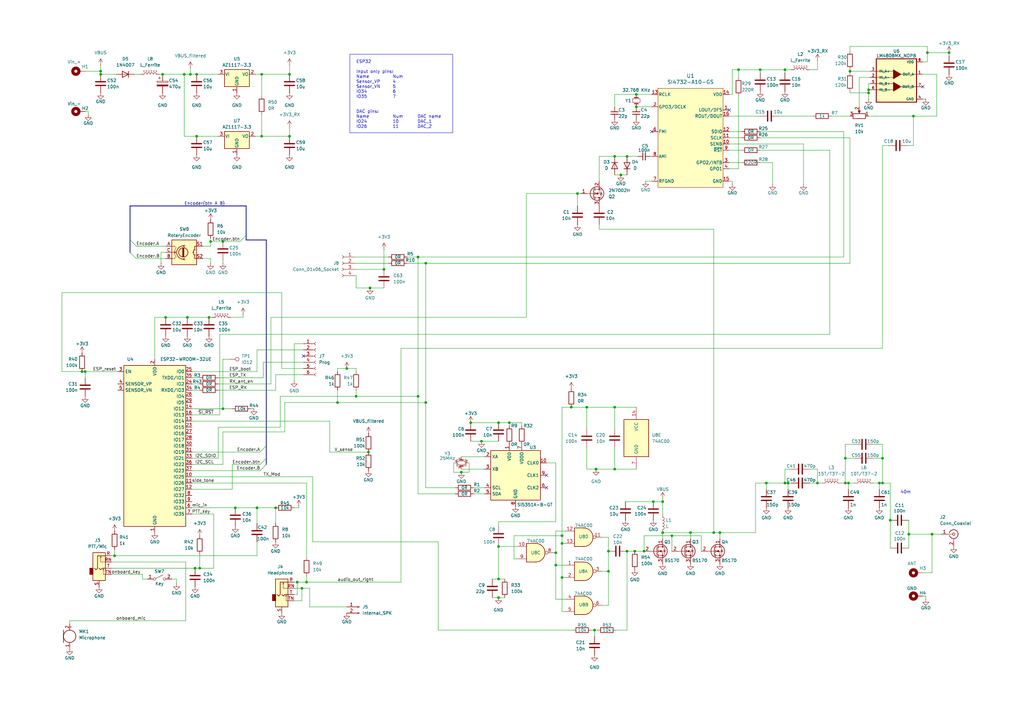
<source format=kicad_sch>
(kicad_sch (version 20231120) (generator "eeschema") (generator_version "8.0")
  (paper "A3")
  (title_block (date "2025-01-21"))
  (lib_symbols
    (symbol "74xx:74HC00" (pin_names (offset 1.016))
      (property "Reference" "U" (at 0 1.27 0))
      (property "Value" "74HC00" (at 0 -1.27 0))
      (symbol "74HC00_1_1"
        (pin input line (at -7.62 2.54 0) (length 3.81) (name "~") (number "1"))
        (pin input line (at -7.62 -2.54 0) (length 3.81) (name "~") (number "2"))
        (pin output inverted (at 7.62 0 180) (length 3.81) (name "~") (number "3"))
      )
      (symbol "74HC00_1_2"
        (pin input inverted (at -7.62 2.54 0) (length 4.318) (name "~") (number "1"))
        (pin input inverted (at -7.62 -2.54 0) (length 4.318) (name "~") (number "2"))
        (pin output line (at 7.62 0 180) (length 3.81) (name "~") (number "3"))
      )
      (symbol "74HC00_2_1"
        (pin input line (at -7.62 2.54 0) (length 3.81) (name "~") (number "4"))
        (pin input line (at -7.62 -2.54 0) (length 3.81) (name "~") (number "5"))
        (pin output inverted (at 7.62 0 180) (length 3.81) (name "~") (number "6"))
      )
      (symbol "74HC00_2_2"
        (pin input inverted (at -7.62 2.54 0) (length 4.318) (name "~") (number "4"))
        (pin input inverted (at -7.62 -2.54 0) (length 4.318) (name "~") (number "5"))
        (pin output line (at 7.62 0 180) (length 3.81) (name "~") (number "6"))
      )
      (symbol "74HC00_3_1"
        (pin input line (at -7.62 -2.54 0) (length 3.81) (name "~") (number "10"))
        (pin output inverted (at 7.62 0 180) (length 3.81) (name "~") (number "8"))
        (pin input line (at -7.62 2.54 0) (length 3.81) (name "~") (number "9"))
      )
      (symbol "74HC00_3_2"
        (pin input inverted (at -7.62 -2.54 0) (length 4.318) (name "~") (number "10"))
        (pin output line (at 7.62 0 180) (length 3.81) (name "~") (number "8"))
        (pin input inverted (at -7.62 2.54 0) (length 4.318) (name "~") (number "9"))
      )
      (symbol "74HC00_4_1"
        (pin output inverted (at 7.62 0 180) (length 3.81) (name "~") (number "11"))
        (pin input line (at -7.62 2.54 0) (length 3.81) (name "~") (number "12"))
        (pin input line (at -7.62 -2.54 0) (length 3.81) (name "~") (number "13"))
      )
      (symbol "74HC00_4_2"
        (pin output line (at 7.62 0 180) (length 3.81) (name "~") (number "11"))
        (pin input inverted (at -7.62 2.54 0) (length 4.318) (name "~") (number "12"))
        (pin input inverted (at -7.62 -2.54 0) (length 4.318) (name "~") (number "13"))
      )
      (symbol "74HC00_5_0"
        (pin power_in line (at 0 12.7 270) (length 5.08) (name "VCC") (number "14"))
        (pin power_in line (at 0 -12.7 90) (length 5.08) (name "GND") (number "7"))
      )
    )
    (symbol "Connector:Conn_01x02_Pin" (pin_names (offset 1.016) hide)
      (property "Reference" "J" (at 0 2.54 0))
      (property "Value" "Conn_01x02_Pin" (at 0 -5.08 0))
      (symbol "Conn_01x02_Pin_1_1"
        (pin passive line (at 5.08 0 180) (length 3.81) (name "Pin_1") (number "1"))
        (pin passive line (at 5.08 -2.54 180) (length 3.81) (name "Pin_2") (number "2"))
      )
    )
    (symbol "Connector:Conn_01x04_Socket" (pin_names (offset 1.016) hide)
      (property "Reference" "J" (at 0 5.08 0))
      (property "Value" "Conn_01x04_Socket" (at 0 -7.62 0))
      (symbol "Conn_01x04_Socket_1_1"
        (pin passive line (at -5.08 2.54 0) (length 3.81) (name "Pin_1") (number "1"))
        (pin passive line (at -5.08 0 0) (length 3.81) (name "Pin_2") (number "2"))
        (pin passive line (at -5.08 -2.54 0) (length 3.81) (name "Pin_3") (number "3"))
        (pin passive line (at -5.08 -5.08 0) (length 3.81) (name "Pin_4") (number "4"))
      )
    )
    (symbol "Connector:Conn_01x06_Socket" (pin_names (offset 1.016) hide)
      (property "Reference" "J" (at 0 7.62 0))
      (property "Value" "Conn_01x06_Socket" (at 0 -10.16 0))
      (symbol "Conn_01x06_Socket_1_1"
        (pin passive line (at -5.08 5.08 0) (length 3.81) (name "Pin_1") (number "1"))
        (pin passive line (at -5.08 2.54 0) (length 3.81) (name "Pin_2") (number "2"))
        (pin passive line (at -5.08 0 0) (length 3.81) (name "Pin_3") (number "3"))
        (pin passive line (at -5.08 -2.54 0) (length 3.81) (name "Pin_4") (number "4"))
        (pin passive line (at -5.08 -5.08 0) (length 3.81) (name "Pin_5") (number "5"))
        (pin passive line (at -5.08 -7.62 0) (length 3.81) (name "Pin_6") (number "6"))
      )
    )
    (symbol "Connector:Conn_Coaxial" (pin_names (offset 1.016) hide)
      (property "Reference" "J" (at 0.254 3.048 0))
      (property "Value" "Conn_Coaxial" (at 2.921 0 90))
      (symbol "Conn_Coaxial_1_1"
        (pin passive line (at -5.08 0 0) (length 2.54) (name "In") (number "1"))
        (pin passive line (at 0 -5.08 90) (length 2.54) (name "Ext") (number "2"))
      )
    )
    (symbol "Connector:TestPoint" (pin_numbers hide) (pin_names (offset 0.762) hide)
      (property "Reference" "TP" (at 0 6.858 0))
      (property "Value" "TestPoint" (at 0 5.08 0))
      (symbol "TestPoint_1_1"
        (pin passive line (at 0 0 90) (length 2.54) (name "1") (number "1"))
      )
    )
    (symbol "Device:C" (pin_numbers hide) (pin_names (offset 0.254))
      (property "Reference" "C" (at 0.635 2.54 0))
      (property "Value" "C" (at 0.635 -2.54 0))
      (symbol "C_1_1"
        (pin passive line (at 0 3.81 270) (length 2.794) (name "~") (number "1"))
        (pin passive line (at 0 -3.81 90) (length 2.794) (name "~") (number "2"))
      )
    )
    (symbol "Device:C_Polarized" (pin_numbers hide) (pin_names (offset 0.254))
      (property "Reference" "C" (at 0.635 2.54 0))
      (property "Value" "C_Polarized" (at 0.635 -2.54 0))
      (symbol "C_Polarized_1_1"
        (pin passive line (at 0 3.81 270) (length 2.794) (name "~") (number "1"))
        (pin passive line (at 0 -3.81 90) (length 2.794) (name "~") (number "2"))
      )
    )
    (symbol "Device:C_Small" (pin_numbers hide) (pin_names (offset 0.254) hide)
      (property "Reference" "C" (at 0.254 1.778 0))
      (property "Value" "C_Small" (at 0.254 -2.032 0))
      (symbol "C_Small_1_1"
        (pin passive line (at 0 2.54 270) (length 2.032) (name "~") (number "1"))
        (pin passive line (at 0 -2.54 90) (length 2.032) (name "~") (number "2"))
      )
    )
    (symbol "Device:Crystal_GND24_Small" (pin_names (offset 1.016) hide)
      (property "Reference" "Y" (at 1.27 4.445 0))
      (property "Value" "Crystal_GND24_Small" (at 1.27 2.54 0))
      (symbol "Crystal_GND24_Small_1_1"
        (pin passive line (at -2.54 0 0) (length 1.27) (name "1") (number "1"))
        (pin passive line (at 0 -2.54 90) (length 0.635) (name "2") (number "2"))
        (pin passive line (at 2.54 0 180) (length 1.27) (name "3") (number "3"))
        (pin passive line (at 0 2.54 270) (length 0.635) (name "4") (number "4"))
      )
    )
    (symbol "Device:Crystal_Small" (pin_numbers hide) (pin_names (offset 1.016) hide)
      (property "Reference" "Y" (at 0 2.54 0))
      (property "Value" "Crystal_Small" (at 0 -2.54 0))
      (symbol "Crystal_Small_1_1"
        (pin passive line (at -2.54 0 0) (length 1.27) (name "1") (number "1"))
        (pin passive line (at 2.54 0 180) (length 1.27) (name "2") (number "2"))
      )
    )
    (symbol "Device:D" (pin_numbers hide) (pin_names (offset 1.016) hide)
      (property "Reference" "D" (at 0 2.54 0))
      (property "Value" "D" (at 0 -2.54 0))
      (symbol "D_1_1"
        (pin passive line (at -3.81 0 0) (length 2.54) (name "K") (number "1"))
        (pin passive line (at 3.81 0 180) (length 2.54) (name "A") (number "2"))
      )
    )
    (symbol "Device:L" (pin_numbers hide) (pin_names (offset 1.016) hide)
      (property "Reference" "L" (at -1.27 0 90))
      (property "Value" "L" (at 1.905 0 90))
      (symbol "L_1_1"
        (pin passive line (at 0 3.81 270) (length 1.27) (name "1") (number "1"))
        (pin passive line (at 0 -3.81 90) (length 1.27) (name "2") (number "2"))
      )
    )
    (symbol "Device:L_Ferrite" (pin_numbers hide) (pin_names (offset 1.016) hide)
      (property "Reference" "L" (at -1.27 0 90))
      (property "Value" "L_Ferrite" (at 2.794 0 90))
      (symbol "L_Ferrite_1_1"
        (pin passive line (at 0 3.81 270) (length 1.27) (name "1") (number "1"))
        (pin passive line (at 0 -3.81 90) (length 1.27) (name "2") (number "2"))
      )
    )
    (symbol "Device:Microphone" (pin_names (offset 0.0254) hide)
      (property "Reference" "MK" (at -3.81 1.27 0))
      (property "Value" "Microphone" (at -3.81 -0.635 0))
      (symbol "Microphone_1_1"
        (pin passive line (at 0 -5.08 90) (length 2.54) (name "-") (number "1"))
        (pin passive line (at 0 5.08 270) (length 2.54) (name "+") (number "2"))
      )
    )
    (symbol "Device:R" (pin_numbers hide) (pin_names (offset 0))
      (property "Reference" "R" (at 2.032 0 90))
      (property "Value" "R" (at 0 0 90))
      (symbol "R_1_1"
        (pin passive line (at 0 3.81 270) (length 1.27) (name "~") (number "1"))
        (pin passive line (at 0 -3.81 90) (length 1.27) (name "~") (number "2"))
      )
    )
    (symbol "Device:R_Potentiometer" (pin_names (offset 1.016) hide)
      (property "Reference" "RV" (at -4.445 0 90))
      (property "Value" "R_Potentiometer" (at -2.54 0 90))
      (symbol "R_Potentiometer_1_1"
        (pin passive line (at 0 3.81 270) (length 1.27) (name "1") (number "1"))
        (pin passive line (at 3.81 0 180) (length 1.27) (name "2") (number "2"))
        (pin passive line (at 0 -3.81 90) (length 1.27) (name "3") (number "3"))
      )
    )
    (symbol "Device:RotaryEncoder_Switch" (pin_names (offset 0.254) hide)
      (property "Reference" "SW" (at 0 6.604 0))
      (property "Value" "RotaryEncoder_Switch" (at 0 -6.604 0))
      (symbol "RotaryEncoder_Switch_1_1"
        (pin passive line (at -7.62 2.54 0) (length 2.54) (name "A") (number "A"))
        (pin passive line (at -7.62 -2.54 0) (length 2.54) (name "B") (number "B"))
        (pin passive line (at -7.62 0 0) (length 2.54) (name "C") (number "C"))
        (pin passive line (at 7.62 2.54 180) (length 2.54) (name "S1") (number "S1"))
        (pin passive line (at 7.62 -2.54 180) (length 2.54) (name "S2") (number "S2"))
      )
    )
    (symbol "MountingHole_Pad_1" (pin_numbers hide) (pin_names (offset 1.016) hide) (exclude_from_sim yes) (in_bom no)
      (property "Reference" "H" (at 0 6.35 0))
      (property "Value" "MountingHole_Pad" (at 0 4.445 0))
      (symbol "MountingHole_Pad_1_1_1"
        (pin input line (at 0 -2.54 90) (length 2.54) (name "1") (number "1"))
      )
    )
    (symbol "MountingHole_Pad_2" (pin_numbers hide) (pin_names (offset 1.016) hide) (exclude_from_sim yes) (in_bom no)
      (property "Reference" "H" (at 0 6.35 0))
      (property "Value" "MountingHole_Pad" (at 0 4.445 0))
      (symbol "MountingHole_Pad_2_1_1"
        (pin input line (at 0 -2.54 90) (length 2.54) (name "1") (number "1"))
      )
    )
    (symbol "Oscillator:Si5351A-B-GT"
      (property "Reference" "U" (at -8.89 11.43 0))
      (property "Value" "Si5351A-B-GT" (at -12.7 -12.7 0))
      (symbol "Si5351A-B-GT_1_1"
        (pin power_in line (at -2.54 12.7 270) (length 2.54) (name "VDD") (number "1"))
        (pin output line (at 12.7 5.08 180) (length 2.54) (name "CLK0") (number "10"))
        (pin input line (at -12.7 7.62 0) (length 2.54) (name "XA") (number "2"))
        (pin input line (at -12.7 2.54 0) (length 2.54) (name "XB") (number "3"))
        (pin input line (at -12.7 -5.08 0) (length 2.54) (name "SCL") (number "4"))
        (pin bidirectional line (at -12.7 -7.62 0) (length 2.54) (name "SDA") (number "5"))
        (pin output line (at 12.7 -5.08 180) (length 2.54) (name "CLK2") (number "6"))
        (pin power_in line (at 2.54 12.7 270) (length 2.54) (name "VDDO") (number "7"))
        (pin power_in line (at 0 -12.7 90) (length 2.54) (name "GND") (number "8"))
        (pin output line (at 12.7 0 180) (length 2.54) (name "CLK1") (number "9"))
      )
    )
    (symbol "RF_Module:ESP32-WROOM-32UE"
      (property "Reference" "U" (at -12.7 34.29 0))
      (property "Value" "ESP32-WROOM-32UE" (at 1.27 34.29 0))
      (symbol "ESP32-WROOM-32UE_1_1"
        (pin power_in line (at 0 -35.56 90) (length 2.54) (name "GND") (number "1"))
        (pin bidirectional line (at 15.24 -12.7 180) (length 2.54) (name "IO25") (number "10"))
        (pin bidirectional line (at 15.24 -15.24 180) (length 2.54) (name "IO26") (number "11"))
        (pin bidirectional line (at 15.24 -17.78 180) (length 2.54) (name "IO27") (number "12"))
        (pin bidirectional line (at 15.24 10.16 180) (length 2.54) (name "IO14") (number "13"))
        (pin bidirectional line (at 15.24 15.24 180) (length 2.54) (name "IO12") (number "14"))
        (pin passive line (at 0 -35.56 90) (length 2.54) hide (name "GND") (number "15"))
        (pin bidirectional line (at 15.24 12.7 180) (length 2.54) (name "IO13") (number "16"))
        (pin no_connect line (at -12.7 -5.08 0) (length 2.54) hide (name "NC") (number "17"))
        (pin no_connect line (at -12.7 -7.62 0) (length 2.54) hide (name "NC") (number "18"))
        (pin no_connect line (at -12.7 -12.7 0) (length 2.54) hide (name "NC") (number "19"))
        (pin power_in line (at 0 35.56 270) (length 2.54) (name "VDD") (number "2"))
        (pin no_connect line (at -12.7 -10.16 0) (length 2.54) hide (name "NC") (number "20"))
        (pin no_connect line (at -12.7 0 0) (length 2.54) hide (name "NC") (number "21"))
        (pin no_connect line (at -12.7 -2.54 0) (length 2.54) hide (name "NC") (number "22"))
        (pin bidirectional line (at 15.24 7.62 180) (length 2.54) (name "IO15") (number "23"))
        (pin bidirectional line (at 15.24 25.4 180) (length 2.54) (name "IO2") (number "24"))
        (pin bidirectional line (at 15.24 30.48 180) (length 2.54) (name "IO0") (number "25"))
        (pin bidirectional line (at 15.24 20.32 180) (length 2.54) (name "IO4") (number "26"))
        (pin bidirectional line (at 15.24 5.08 180) (length 2.54) (name "IO16") (number "27"))
        (pin bidirectional line (at 15.24 2.54 180) (length 2.54) (name "IO17") (number "28"))
        (pin bidirectional line (at 15.24 17.78 180) (length 2.54) (name "IO5") (number "29"))
        (pin input line (at -15.24 30.48 0) (length 2.54) (name "EN") (number "3"))
        (pin bidirectional line (at 15.24 0 180) (length 2.54) (name "IO18") (number "30"))
        (pin bidirectional line (at 15.24 -2.54 180) (length 2.54) (name "IO19") (number "31"))
        (pin no_connect line (at -12.7 -27.94 0) (length 2.54) hide (name "NC") (number "32"))
        (pin bidirectional line (at 15.24 -5.08 180) (length 2.54) (name "IO21") (number "33"))
        (pin bidirectional line (at 15.24 22.86 180) (length 2.54) (name "RXD0/IO3") (number "34"))
        (pin bidirectional line (at 15.24 27.94 180) (length 2.54) (name "TXD0/IO1") (number "35"))
        (pin bidirectional line (at 15.24 -7.62 180) (length 2.54) (name "IO22") (number "36"))
        (pin bidirectional line (at 15.24 -10.16 180) (length 2.54) (name "IO23") (number "37"))
        (pin passive line (at 0 -35.56 90) (length 2.54) hide (name "GND") (number "38"))
        (pin passive line (at 0 -35.56 90) (length 2.54) hide (name "GND") (number "39"))
        (pin input line (at -15.24 25.4 0) (length 2.54) (name "SENSOR_VP") (number "4"))
        (pin input line (at -15.24 22.86 0) (length 2.54) (name "SENSOR_VN") (number "5"))
        (pin input line (at 15.24 -25.4 180) (length 2.54) (name "IO34") (number "6"))
        (pin input line (at 15.24 -27.94 180) (length 2.54) (name "IO35") (number "7"))
        (pin bidirectional line (at 15.24 -20.32 180) (length 2.54) (name "IO32") (number "8"))
        (pin bidirectional line (at 15.24 -22.86 180) (length 2.54) (name "IO33") (number "9"))
      )
    )
    (symbol "Regulator_Linear:AZ1117-3.3" (pin_names (offset 0.254))
      (property "Reference" "U" (at -3.81 3.175 0))
      (property "Value" "AZ1117-3.3" (at 0 3.175 0))
      (symbol "AZ1117-3.3_1_1"
        (pin power_in line (at 0 -7.62 90) (length 2.54) (name "GND") (number "1"))
        (pin power_out line (at 7.62 0 180) (length 2.54) (name "VO") (number "2"))
        (pin power_in line (at -7.62 0 0) (length 2.54) (name "VI") (number "3"))
      )
    )
    (symbol "Switch:SW_SPST" (pin_names (offset 0) hide)
      (property "Reference" "SW" (at 0 3.175 0))
      (property "Value" "SW_SPST" (at 0 -2.54 0))
      (symbol "SW_SPST_1_1"
        (pin passive line (at -5.08 0 0) (length 2.54) (name "A") (number "1"))
        (pin passive line (at 5.08 0 180) (length 2.54) (name "B") (number "2"))
      )
    )
    (symbol "Transistor_FET:2N7002H" (pin_names hide)
      (property "Reference" "Q" (at 5.08 1.905 0))
      (property "Value" "2N7002H" (at 5.08 0 0))
      (symbol "2N7002H_1_1"
        (pin input line (at -5.08 0 0) (length 2.54) (name "G") (number "1"))
        (pin passive line (at 2.54 -5.08 90) (length 2.54) (name "S") (number "2"))
        (pin passive line (at 2.54 5.08 270) (length 2.54) (name "D") (number "3"))
      )
    )
    (symbol "Transistor_FET:BS170" (pin_names hide)
      (property "Reference" "Q" (at 5.08 1.905 0))
      (property "Value" "BS170" (at 5.08 0 0))
      (symbol "BS170_1_1"
        (pin passive line (at 2.54 5.08 270) (length 2.54) (name "D") (number "1"))
        (pin input line (at -5.08 0 0) (length 2.54) (name "G") (number "2"))
        (pin passive line (at 2.54 -5.08 90) (length 2.54) (name "S") (number "3"))
      )
    )
    (symbol "power:+3V3" (power) (pin_numbers hide) (pin_names (offset 0) hide)
      (property "Value" "+3V3" (at 0 3.556 0))
      (symbol "+3V3_1_1"
        (pin power_in line (at 0 0 90) (length 0) (name "~") (number "1"))
      )
    )
    (symbol "power:GND" (power) (pin_numbers hide) (pin_names (offset 0) hide)
      (property "Value" "GND" (at 0 -3.81 0))
      (symbol "GND_1_1"
        (pin power_in line (at 0 0 270) (length 0) (name "~") (number "1"))
      )
    )
    (symbol "power:GND1" (power) (pin_numbers hide) (pin_names (offset 0) hide)
      (property "Value" "GND1" (at 0 -3.81 0))
      (symbol "GND1_1_1"
        (pin power_in line (at 0 0 270) (length 0) (name "~") (number "1"))
      )
    )
    (symbol "power:VBUS" (power) (pin_numbers hide) (pin_names (offset 0) hide)
      (property "Value" "VBUS" (at 0 3.556 0))
      (symbol "VBUS_1_1"
        (pin power_in line (at 0 0 90) (length 0) (name "~") (number "1"))
      )
    )
    (symbol "summit_scourer:AudioJack2_Ground_Switch"
      (property "Reference" "J" (at 0 11.43 0))
      (property "Value" "AudioJack2_Ground_Switch" (at 0 8.89 0))
      (symbol "AudioJack2_Ground_Switch_1_1"
        (pin passive line (at 5.08 5.08 180) (length 2.54) (name "") (number "R"))
        (pin passive line (at 5.08 2.54 180) (length 2.54) (name "") (number "RN"))
        (pin passive line (at 0 -7.62 90) (length 2.54) (name "~") (number "S"))
        (pin passive line (at 5.08 0 180) (length 2.54) (name "") (number "T"))
        (pin passive line (at 5.08 -2.54 180) (length 2.54) (name "~") (number "TN"))
      )
    )
    (symbol "summit_scourer:LM4808MX_NOPB" (pin_names (offset 1.016))
      (property "Reference" "U" (at -10.16 9.89 0))
      (property "Value" "LM4808MX_NOPB" (at -12.7 -16.7 0))
      (symbol "LM4808MX_NOPB_0_0"
        (pin output line (at 11.43 2.54 180) (length 2.54) (name "OUT_A") (number "1"))
        (pin input line (at -10.16 1.27 0) (length 2.54) (name "IN_A-") (number "2"))
        (pin input line (at -10.16 3.81 0) (length 2.54) (name "IN_A+") (number "3"))
        (pin power_in line (at 11.43 -7.62 180) (length 2.54) (name "GND") (number "4"))
        (pin input line (at -10.16 -1.27 0) (length 2.54) (name "IN_B+") (number "5"))
        (pin input line (at -10.16 -3.81 0) (length 2.54) (name "IN_B-") (number "6"))
        (pin output line (at 11.43 -2.54 180) (length 2.54) (name "OUT_B") (number "7"))
        (pin power_in line (at 11.43 7.62 180) (length 2.54) (name "VDD") (number "8"))
      )
    )
    (symbol "summit_scourer:SI4732-A10-GS" (pin_names (offset 0.254))
      (property "Reference" "U" (at -0.254 25.654 0))
      (property "Value" "SI4732-A10-GS" (at -0.254 23.114 0))
      (symbol "SI4732-A10-GS_0_1"
        (pin unspecified line (at 16.51 12.7 180) (length 2.54) (name "LOUT/DFS") (number "1"))
        (pin unspecified line (at 16.51 -1.27 180) (length 2.54) (name "SENB") (number "10"))
        (pin unspecified line (at 16.51 1.27 180) (length 2.54) (name "SCLK") (number "11"))
        (pin unspecified line (at 16.51 3.81 180) (length 2.54) (name "SDIO") (number "12"))
        (pin unspecified line (at -15.24 19.05 0) (length 2.54) (name "RCLK") (number "13"))
        (pin power_in line (at 16.51 19.05 180) (length 2.54) (name "VDD") (number "14"))
        (pin power_out line (at 16.51 -16.51 180) (length 2.54) (name "GND") (number "15"))
        (pin unspecified line (at 16.51 10.16 180) (length 2.54) (name "ROUT/DOUT") (number "16"))
        (pin unspecified line (at -15.24 13.97 0) (length 2.54) (name "GPO3/DCLK") (number "2"))
        (pin unspecified line (at 16.51 -8.89 180) (length 2.54) (name "GPO2/INTB") (number "3"))
        (pin unspecified line (at 16.51 -11.43 180) (length 2.54) (name "GPO1") (number "4"))
        (pin no_connect line (at 16.51 -13.97 180) (length 2.54) hide (name "NC") (number "5"))
        (pin unspecified line (at -15.24 3.81 0) (length 2.54) (name "FMI") (number "6"))
        (pin power_out line (at -15.24 -16.51 0) (length 2.54) (name "RFGND") (number "7"))
        (pin unspecified line (at -15.24 -6.35 0) (length 2.54) (name "AMI") (number "8"))
      )
      (symbol "SI4732-A10-GS_1_1"
        (pin unspecified line (at 16.51 -3.81 180) (length 2.54) (name "~{RST}") (number "9"))
      )
    )
  )
  (junction (at 236.855 79.375))
  (junction (at 105.41 208.28))
  (junction (at 142.24 151.13))
  (junction (at 81.915 233.045))
  (junction (at 240.665 167.005))
  (junction (at 389.255 21.59))
  (junction (at 252.095 64.135))
  (junction (at 356.235 38.1))
  (junction (at 76.835 130.175))
  (junction (at 372.745 219.075))
  (junction (at 260.985 38.735))
  (junction (at 271.78 205.74))
  (junction (at 204.47 173.355))
  (junction (at 348.615 29.21))
  (junction (at 91.44 99.06))
  (junction (at 151.765 118.11))
  (junction (at 249.555 226.06))
  (junction (at 346.71 187.96))
  (junction (at 66.675 30.48))
  (junction (at 227.965 231.775))
  (junction (at 271.78 218.44))
  (junction (at 264.16 226.06))
  (junction (at 138.43 165.1))
  (junction (at 321.945 198.12))
  (junction (at 380.365 21.59))
  (junction (at 171.45 162.56))
  (junction (at 67.945 130.175))
  (junction (at 252.095 192.405))
  (junction (at 360.68 198.12))
  (junction (at 230.505 236.855))
  (junction (at 41.275 29.21))
  (junction (at 208.915 173.355))
  (junction (at 365.125 213.36))
  (junction (at 174.625 165.1))
  (junction (at 323.215 198.12))
  (junction (at 123.825 241.3))
  (junction (at 356.235 36.83))
  (junction (at 121.92 238.76))
  (junction (at 311.785 28.575))
  (junction (at 254.635 71.755))
  (junction (at 321.945 28.575))
  (junction (at 260.35 226.06))
  (junction (at 243.84 258.445))
  (junction (at 80.01 233.045))
  (junction (at 314.325 198.12))
  (junction (at 80.645 30.48))
  (junction (at 96.52 208.28))
  (junction (at 249.555 234.315))
  (junction (at 204.47 245.11))
  (junction (at 41.275 30.48))
  (junction (at 113.03 208.28))
  (junction (at 346.71 198.12))
  (junction (at 260.985 43.815))
  (junction (at 230.505 222.885))
  (junction (at 267.97 205.74))
  (junction (at 292.735 218.44))
  (junction (at 257.175 226.06))
  (junction (at 78.105 30.48))
  (junction (at 230.505 219.71))
  (junction (at 86.36 99.06))
  (junction (at 118.745 30.48))
  (junction (at 46.99 227.965))
  (junction (at 125.73 238.76))
  (junction (at 302.895 28.575))
  (junction (at 283.21 218.44))
  (junction (at 171.45 105.41))
  (junction (at 361.95 198.12))
  (junction (at 234.315 167.005))
  (junction (at 33.655 152.4))
  (junction (at 275.59 219.71))
  (junction (at 382.27 219.075))
  (junction (at 151.13 185.42))
  (junction (at 204.47 224.155))
  (junction (at 189.23 193.675))
  (junction (at 361.95 187.96))
  (junction (at 157.48 110.49))
  (junction (at 374.65 47.625))
  (junction (at 244.475 192.405))
  (junction (at 174.625 107.95))
  (junction (at 118.745 55.88))
  (junction (at 193.04 173.355))
  (junction (at 107.315 30.48))
  (junction (at 75.565 30.48))
  (junction (at 80.645 55.88))
  (junction (at 197.485 180.975))
  (junction (at 295.275 218.44))
  (junction (at 252.095 167.005))
  (junction (at 227.965 226.695))
  (junction (at 347.98 198.12))
  (junction (at 335.28 198.12))
  (junction (at 257.175 64.135))
  (junction (at 34.925 152.4))
  (junction (at 107.315 55.88))
  (junction (at 204.47 237.49))
  (junction (at 85.725 130.175))
  (junction (at 91.44 167.64))
  (junction (at 146.05 162.56))
  (no_connect (at 378.46 35.56))
  (no_connect (at 267.335 53.975))
  (no_connect (at 224.155 200.025))
  (no_connect (at 124.46 146.05))
  (no_connect (at 224.155 194.945))
  (no_connect (at 299.085 45.085))
  (bus_entry (at 98.425 99.06) (size 2.54 -2.54))
  (bus_entry (at 55.88 100.965) (size -2.54 -2.54))
  (bus_entry (at 106.68 193.04) (size 2.54 -2.54))
  (bus_entry (at 55.88 106.045) (size -2.54 -2.54))
  (bus_entry (at 106.68 190.5) (size 2.54 -2.54))
  (bus_entry (at 106.68 185.42) (size 2.54 -2.54))
  (wire (pts (xy 210.82 219.71) (xy 230.505 219.71)))
  (wire (pts (xy 186.055 193.675) (xy 186.055 189.865)))
  (wire (pts (xy 145.415 110.49) (xy 157.48 110.49)))
  (wire (pts (xy 271.78 218.44) (xy 283.21 218.44)))
  (wire (pts (xy 299.085 69.215) (xy 302.895 69.215)))
  (wire (pts (xy 361.95 187.96) (xy 361.95 198.12)))
  (wire (pts (xy 300.355 74.295) (xy 299.085 74.295)))
  (wire (pts (xy 249.555 234.315) (xy 249.555 248.285)))
  (wire (pts (xy 346.71 187.96) (xy 346.71 182.245)))
  (wire (pts (xy 107.315 46.99) (xy 107.315 55.88)))
  (wire (pts (xy 212.09 229.235) (xy 210.82 229.235)))
  (wire (pts (xy 311.785 66.675) (xy 316.865 66.675)))
  (wire (pts (xy 374.65 47.625) (xy 384.175 47.625)))
  (wire (pts (xy 46.99 227.965) (xy 105.41 227.965)))
  (wire (pts (xy 346.71 198.12) (xy 347.98 198.12)))
  (wire (pts (xy 201.93 237.49) (xy 204.47 237.49)))
  (wire (pts (xy 271.78 204.47) (xy 271.78 205.74)))
  (wire (pts (xy 76.2 230.505) (xy 45.72 230.505)))
  (wire (pts (xy 193.04 180.975) (xy 197.485 180.975)))
  (wire (pts (xy 174.625 107.95) (xy 174.625 165.1)))
  (wire (pts (xy 55.88 100.965) (xy 67.945 100.965)))
  (wire (pts (xy 33.655 152.4) (xy 34.925 152.4)))
  (wire (pts (xy 164.465 142.875) (xy 164.465 238.76)))
  (wire (pts (xy 25.4 152.4) (xy 33.655 152.4)))
  (wire (pts (xy 247.015 248.285) (xy 249.555 248.285)))
  (wire (pts (xy 267.97 205.74) (xy 271.78 205.74)))
  (wire (pts (xy 252.095 183.515) (xy 252.095 192.405)))
  (wire (pts (xy 107.315 30.48) (xy 118.745 30.48)))
  (wire (pts (xy 34.925 29.21) (xy 41.275 29.21)))
  (wire (pts (xy 78.105 27.94) (xy 78.105 30.48)))
  (wire (pts (xy 352.425 31.75) (xy 356.87 31.75)))
  (wire (pts (xy 63.5 130.175) (xy 63.5 147.32)))
  (wire (pts (xy 105.41 208.28) (xy 113.03 208.28)))
  (bus (pts (xy 109.22 98.425) (xy 100.965 98.425)))
  (wire (pts (xy 204.47 213.995) (xy 204.47 215.9)))
  (wire (pts (xy 332.105 192.405) (xy 335.28 192.405)))
  (wire (pts (xy 125.73 238.76) (xy 121.92 238.76)))
  (wire (pts (xy 89.535 154.94) (xy 107.95 154.94)))
  (wire (pts (xy 356.87 34.29) (xy 356.235 34.29)))
  (wire (pts (xy 76.835 130.175) (xy 85.725 130.175)))
  (wire (pts (xy 324.485 28.575) (xy 321.945 28.575)))
  (wire (pts (xy 78.74 154.94) (xy 81.915 154.94)))
  (wire (pts (xy 382.27 219.075) (xy 372.745 219.075)))
  (wire (pts (xy 78.74 195.58) (xy 128.27 195.58)))
  (wire (pts (xy 192.405 193.675) (xy 189.23 193.675)))
  (wire (pts (xy 348.615 19.05) (xy 380.365 19.05)))
  (wire (pts (xy 41.275 29.21) (xy 41.275 30.48)))
  (wire (pts (xy 227.965 213.995) (xy 227.965 189.865)))
  (wire (pts (xy 356.235 38.1) (xy 356.235 40.64)))
  (wire (pts (xy 174.625 200.025) (xy 186.69 200.025)))
  (wire (pts (xy 275.59 219.71) (xy 275.59 226.06)))
  (wire (pts (xy 118.745 26.67) (xy 118.745 30.48)))
  (wire (pts (xy 360.68 198.12) (xy 360.68 200.66)))
  (wire (pts (xy 264.795 74.295) (xy 267.335 74.295)))
  (wire (pts (xy 86.36 99.06) (xy 91.44 99.06)))
  (wire (pts (xy 45.72 233.045) (xy 80.01 233.045)))
  (wire (pts (xy 104.775 30.48) (xy 107.315 30.48)))
  (wire (pts (xy 58.42 235.585) (xy 45.72 235.585)))
  (wire (pts (xy 146.05 162.56) (xy 171.45 162.56)))
  (wire (pts (xy 227.965 245.745) (xy 231.775 245.745)))
  (wire (pts (xy 335.28 192.405) (xy 335.28 198.12)))
  (wire (pts (xy 78.74 200.66) (xy 95.25 200.66)))
  (wire (pts (xy 104.775 55.88) (xy 107.315 55.88)))
  (wire (pts (xy 107.95 154.94) (xy 107.95 148.59)))
  (wire (pts (xy 292.735 93.98) (xy 292.735 218.44)))
  (wire (pts (xy 105.41 143.51) (xy 124.46 143.51)))
  (wire (pts (xy 204.47 237.49) (xy 207.01 237.49)))
  (wire (pts (xy 113.03 208.28) (xy 113.03 214.63)))
  (wire (pts (xy 171.45 202.565) (xy 171.45 162.56)))
  (wire (pts (xy 157.48 102.235) (xy 157.48 110.49)))
  (wire (pts (xy 90.17 137.16) (xy 340.36 137.16)))
  (wire (pts (xy 28.575 254.635) (xy 76.2 254.635)))
  (wire (pts (xy 335.28 198.12) (xy 332.105 198.12)))
  (wire (pts (xy 311.785 56.515) (xy 348.615 56.515)))
  (wire (pts (xy 67.945 103.505) (xy 66.04 103.505)))
  (wire (pts (xy 118.745 52.07) (xy 118.745 55.88)))
  (wire (pts (xy 189.23 187.325) (xy 198.755 187.325)))
  (wire (pts (xy 127 248.92) (xy 142.24 248.92)))
  (wire (pts (xy 41.275 30.48) (xy 47.625 30.48)))
  (wire (pts (xy 89.535 175.26) (xy 114.935 175.26)))
  (wire (pts (xy 384.175 30.48) (xy 384.175 47.625)))
  (wire (pts (xy 299.085 66.675) (xy 304.165 66.675)))
  (wire (pts (xy 89.535 157.48) (xy 111.125 157.48)))
  (wire (pts (xy 240.665 167.005) (xy 252.095 167.005)))
  (wire (pts (xy 86.36 106.045) (xy 83.185 106.045)))
  (bus (pts (xy 109.22 182.88) (xy 109.22 187.96)))
  (wire (pts (xy 230.505 167.005) (xy 230.505 219.71)))
  (wire (pts (xy 340.995 47.625) (xy 348.615 47.625)))
  (wire (pts (xy 78.74 157.48) (xy 81.915 157.48)))
  (wire (pts (xy 256.54 205.74) (xy 267.97 205.74)))
  (wire (pts (xy 378.46 40.64) (xy 379.73 40.64)))
  (wire (pts (xy 80.645 55.88) (xy 89.535 55.88)))
  (wire (pts (xy 192.405 189.865) (xy 192.405 193.675)))
  (bus (pts (xy 100.965 98.425) (xy 100.965 96.52)))
  (wire (pts (xy 309.88 198.12) (xy 314.325 198.12)))
  (wire (pts (xy 107.315 30.48) (xy 107.315 39.37)))
  (wire (pts (xy 346.075 105.41) (xy 171.45 105.41)))
  (wire (pts (xy 135.255 185.42) (xy 151.13 185.42)))
  (wire (pts (xy 300.355 38.735) (xy 299.085 38.735)))
  (wire (pts (xy 128.27 222.25) (xy 179.705 222.25)))
  (wire (pts (xy 127 241.3) (xy 127 248.92)))
  (wire (pts (xy 86.36 99.06) (xy 86.36 100.965)))
  (wire (pts (xy 372.11 59.69) (xy 374.65 59.69)))
  (wire (pts (xy 230.505 222.885) (xy 230.505 236.855)))
  (wire (pts (xy 245.745 93.98) (xy 292.735 93.98)))
  (wire (pts (xy 120.65 140.97) (xy 120.65 156.21)))
  (wire (pts (xy 116.84 165.1) (xy 138.43 165.1)))
  (wire (pts (xy 358.14 187.96) (xy 361.95 187.96)))
  (wire (pts (xy 240.665 175.895) (xy 240.665 167.005)))
  (wire (pts (xy 90.17 170.18) (xy 90.17 137.16)))
  (wire (pts (xy 230.505 250.825) (xy 231.775 250.825)))
  (wire (pts (xy 122.555 207.645) (xy 122.555 208.28)))
  (wire (pts (xy 80.645 30.48) (xy 78.105 30.48)))
  (wire (pts (xy 125.73 238.76) (xy 164.465 238.76)))
  (wire (pts (xy 299.085 53.975) (xy 304.165 53.975)))
  (wire (pts (xy 348.615 107.95) (xy 348.615 56.515)))
  (wire (pts (xy 254.635 71.755) (xy 257.175 71.755)))
  (wire (pts (xy 105.41 227.965) (xy 105.41 222.25)))
  (wire (pts (xy 174.625 107.95) (xy 348.615 107.95)))
  (bus (pts (xy 53.34 98.425) (xy 53.34 84.455)))
  (wire (pts (xy 145.415 107.95) (xy 159.385 107.95)))
  (wire (pts (xy 346.71 182.245) (xy 350.52 182.245)))
  (wire (pts (xy 348.615 20.955) (xy 348.615 19.05)))
  (wire (pts (xy 113.03 153.67) (xy 113.03 160.02)))
  (wire (pts (xy 227.33 226.695) (xy 227.965 226.695)))
  (wire (pts (xy 356.87 29.21) (xy 348.615 29.21)))
  (wire (pts (xy 146.05 152.4) (xy 146.05 151.13)))
  (wire (pts (xy 340.36 137.16) (xy 340.36 61.595)))
  (wire (pts (xy 96.52 208.28) (xy 105.41 208.28)))
  (wire (pts (xy 75.565 30.48) (xy 75.565 55.88)))
  (wire (pts (xy 72.39 237.49) (xy 70.485 237.49)))
  (wire (pts (xy 125.73 198.12) (xy 125.73 228.6)))
  (wire (pts (xy 186.055 189.865) (xy 186.69 189.865)))
  (wire (pts (xy 128.27 195.58) (xy 128.27 222.25)))
  (wire (pts (xy 356.235 36.83) (xy 356.87 36.83)))
  (wire (pts (xy 120.65 208.28) (xy 122.555 208.28)))
  (wire (pts (xy 348.615 28.575) (xy 348.615 29.21)))
  (wire (pts (xy 34.925 152.4) (xy 48.26 152.4)))
  (wire (pts (xy 356.235 47.625) (xy 374.65 47.625)))
  (wire (pts (xy 249.555 220.345) (xy 247.015 220.345)))
  (wire (pts (xy 348.615 37.465) (xy 348.615 38.1)))
  (wire (pts (xy 378.46 244.475) (xy 379.73 244.475)))
  (wire (pts (xy 201.93 245.11) (xy 204.47 245.11)))
  (wire (pts (xy 87.63 233.045) (xy 81.915 233.045)))
  (wire (pts (xy 191.77 189.865) (xy 192.405 189.865)))
  (wire (pts (xy 323.215 198.12) (xy 323.215 200.66)))
  (wire (pts (xy 115.57 120.015) (xy 25.4 120.015)))
  (wire (pts (xy 78.74 187.96) (xy 89.535 187.96)))
  (wire (pts (xy 257.175 64.135) (xy 261.62 64.135)))
  (wire (pts (xy 230.505 167.005) (xy 234.315 167.005)))
  (wire (pts (xy 179.705 258.445) (xy 234.95 258.445)))
  (wire (pts (xy 358.14 198.12) (xy 360.68 198.12)))
  (wire (pts (xy 231.775 217.805) (xy 227.965 217.805)))
  (wire (pts (xy 208.915 173.355) (xy 213.995 173.355)))
  (wire (pts (xy 245.745 64.135) (xy 245.745 74.295)))
  (wire (pts (xy 157.48 118.11) (xy 151.765 118.11)))
  (wire (pts (xy 138.43 151.13) (xy 142.24 151.13)))
  (wire (pts (xy 107.315 55.88) (xy 118.745 55.88)))
  (wire (pts (xy 249.555 220.345) (xy 249.555 226.06)))
  (wire (pts (xy 171.45 202.565) (xy 186.69 202.565)))
  (wire (pts (xy 321.945 192.405) (xy 321.945 198.12)))
  (wire (pts (xy 66.04 103.505) (xy 66.04 107.95)))
  (wire (pts (xy 87.63 210.82) (xy 78.74 210.82)))
  (wire (pts (xy 352.425 31.75) (xy 352.425 43.815)))
  (wire (pts (xy 365.125 198.12) (xy 365.125 213.36)))
  (wire (pts (xy 123.825 241.3) (xy 127 241.3)))
  (wire (pts (xy 347.98 198.12) (xy 347.98 200.66)))
  (wire (pts (xy 189.23 192.405) (xy 198.755 192.405)))
  (wire (pts (xy 230.505 219.71) (xy 230.505 222.885)))
  (wire (pts (xy 324.485 198.12) (xy 323.215 198.12)))
  (wire (pts (xy 299.085 61.595) (xy 304.165 61.595)))
  (wire (pts (xy 67.945 130.175) (xy 76.835 130.175)))
  (wire (pts (xy 146.05 118.11) (xy 146.05 113.03)))
  (wire (pts (xy 260.985 38.735) (xy 267.335 38.735)))
  (wire (pts (xy 28.575 255.905) (xy 28.575 254.635)))
  (wire (pts (xy 389.255 22.86) (xy 389.255 21.59)))
  (wire (pts (xy 107.95 148.59) (xy 124.46 148.59)))
  (wire (pts (xy 309.88 198.12) (xy 309.88 218.44)))
  (wire (pts (xy 80.645 30.48) (xy 89.535 30.48)))
  (wire (pts (xy 344.805 198.12) (xy 346.71 198.12)))
  (wire (pts (xy 283.21 218.44) (xy 283.21 220.98)))
  (wire (pts (xy 124.46 151.13) (xy 115.57 151.13)))
  (wire (pts (xy 311.785 53.975) (xy 346.075 53.975)))
  (wire (pts (xy 114.935 175.26) (xy 114.935 162.56)))
  (wire (pts (xy 115.57 151.13) (xy 115.57 120.015)))
  (wire (pts (xy 300.355 28.575) (xy 300.355 38.735)))
  (wire (pts (xy 231.775 222.885) (xy 230.505 222.885)))
  (wire (pts (xy 99.695 128.905) (xy 99.695 130.175)))
  (wire (pts (xy 358.14 182.245) (xy 361.95 182.245)))
  (wire (pts (xy 271.78 205.74) (xy 271.78 210.82)))
  (wire (pts (xy 361.95 182.245) (xy 361.95 187.96)))
  (wire (pts (xy 264.16 219.71) (xy 264.16 226.06)))
  (wire (pts (xy 311.785 28.575) (xy 321.945 28.575)))
  (wire (pts (xy 120.65 243.84) (xy 121.92 243.84)))
  (wire (pts (xy 300.355 75.565) (xy 300.355 74.295)))
  (wire (pts (xy 78.74 185.42) (xy 106.68 185.42)))
  (wire (pts (xy 243.84 258.445) (xy 245.11 258.445)))
  (wire (pts (xy 167.005 105.41) (xy 171.45 105.41)))
  (wire (pts (xy 260.985 43.815) (xy 267.335 43.815)))
  (wire (pts (xy 319.405 47.625) (xy 333.375 47.625)))
  (wire (pts (xy 361.95 59.69) (xy 361.95 142.875)))
  (bus (pts (xy 53.34 103.505) (xy 53.34 98.425)))
  (wire (pts (xy 227.965 217.805) (xy 227.965 226.695)))
  (wire (pts (xy 111.125 130.175) (xy 111.125 157.48)))
  (wire (pts (xy 171.45 105.41) (xy 171.45 162.56)))
  (wire (pts (xy 91.44 147.32) (xy 91.44 167.64)))
  (wire (pts (xy 379.73 244.475) (xy 379.73 245.745)))
  (wire (pts (xy 230.505 236.855) (xy 231.775 236.855)))
  (wire (pts (xy 91.44 190.5) (xy 91.44 177.165)))
  (wire (pts (xy 135.255 172.72) (xy 78.74 172.72)))
  (wire (pts (xy 89.535 160.02) (xy 113.03 160.02)))
  (wire (pts (xy 227.965 226.695) (xy 227.965 231.775)))
  (wire (pts (xy 249.555 226.06) (xy 249.555 234.315)))
  (wire (pts (xy 236.855 79.375) (xy 238.125 79.375)))
  (wire (pts (xy 208.915 173.355) (xy 208.915 174.625)))
  (wire (pts (xy 252.095 192.405) (xy 260.985 192.405)))
  (wire (pts (xy 299.085 56.515) (xy 304.165 56.515)))
  (wire (pts (xy 123.825 246.38) (xy 123.825 241.3)))
  (wire (pts (xy 120.65 246.38) (xy 123.825 246.38)))
  (wire (pts (xy 193.04 173.355) (xy 204.47 173.355)))
  (wire (pts (xy 55.245 30.48) (xy 57.785 30.48)))
  (wire (pts (xy 350.52 187.96) (xy 346.71 187.96)))
  (wire (pts (xy 34.925 45.72) (xy 36.195 45.72)))
  (wire (pts (xy 356.235 36.83) (xy 356.235 38.1)))
  (wire (pts (xy 295.275 218.44) (xy 309.88 218.44)))
  (wire (pts (xy 78.74 152.4) (xy 105.41 152.4)))
  (wire (pts (xy 361.95 198.12) (xy 365.125 198.12)))
  (wire (pts (xy 252.095 167.005) (xy 260.985 167.005)))
  (wire (pts (xy 380.365 21.59) (xy 389.255 21.59)))
  (wire (pts (xy 302.895 39.37) (xy 302.895 69.215)))
  (wire (pts (xy 89.535 187.96) (xy 89.535 175.26)))
  (wire (pts (xy 113.03 153.67) (xy 124.46 153.67)))
  (wire (pts (xy 135.255 185.42) (xy 135.255 172.72)))
  (wire (pts (xy 252.095 64.135) (xy 257.175 64.135)))
  (wire (pts (xy 361.95 198.12) (xy 360.68 198.12)))
  (wire (pts (xy 348.615 29.21) (xy 348.615 29.845)))
  (wire (pts (xy 240.665 192.405) (xy 244.475 192.405)))
  (wire (pts (xy 365.125 213.36) (xy 365.125 224.79)))
  (wire (pts (xy 65.405 30.48) (xy 66.675 30.48)))
  (wire (pts (xy 105.41 152.4) (xy 105.41 143.51)))
  (wire (pts (xy 348.615 38.1) (xy 356.235 38.1)))
  (wire (pts (xy 302.895 28.575) (xy 311.785 28.575)))
  (wire (pts (xy 78.105 30.48) (xy 75.565 30.48)))
  (wire (pts (xy 252.095 167.005) (xy 252.095 175.895)))
  (wire (pts (xy 372.745 219.075) (xy 372.745 224.79)))
  (wire (pts (xy 204.47 224.155) (xy 204.47 237.49)))
  (wire (pts (xy 275.59 219.71) (xy 264.16 219.71)))
  (wire (pts (xy 295.275 218.44) (xy 295.275 220.98)))
  (wire (pts (xy 252.095 71.755) (xy 254.635 71.755)))
  (wire (pts (xy 252.095 43.815) (xy 252.095 38.735)))
  (wire (pts (xy 234.315 167.005) (xy 240.665 167.005)))
  (wire (pts (xy 299.085 59.055) (xy 329.565 59.055)))
  (wire (pts (xy 215.9 130.175) (xy 215.9 79.375)))
  (wire (pts (xy 104.14 167.64) (xy 102.87 167.64)))
  (wire (pts (xy 138.43 165.1) (xy 174.625 165.1)))
  (wire (pts (xy 105.41 208.28) (xy 105.41 214.63)))
  (wire (pts (xy 25.4 120.015) (xy 25.4 152.4)))
  (wire (pts (xy 323.215 198.12) (xy 321.945 198.12)))
  (wire (pts (xy 91.44 99.06) (xy 98.425 99.06)))
  (wire (pts (xy 287.655 219.71) (xy 275.59 219.71)))
  (wire (pts (xy 194.31 200.025) (xy 198.755 200.025)))
  (wire (pts (xy 145.415 105.41) (xy 159.385 105.41)))
  (wire (pts (xy 324.485 192.405) (xy 321.945 192.405)))
  (wire (pts (xy 356.235 34.29) (xy 356.235 36.83)))
  (wire (pts (xy 95.25 190.5) (xy 95.25 200.66)))
  (wire (pts (xy 60.325 237.49) (xy 58.42 237.49)))
  (wire (pts (xy 138.43 151.13) (xy 138.43 152.4)))
  (wire (pts (xy 335.28 24.765) (xy 335.28 28.575)))
  (wire (pts (xy 86.36 107.95) (xy 86.36 106.045)))
  (wire (pts (xy 99.695 130.175) (xy 94.615 130.175)))
  (wire (pts (xy 299.085 47.625) (xy 311.785 47.625)))
  (wire (pts (xy 242.57 258.445) (xy 243.84 258.445)))
  (wire (pts (xy 66.675 30.48) (xy 75.565 30.48)))
  (wire (pts (xy 78.74 167.64) (xy 91.44 167.64)))
  (wire (pts (xy 249.555 234.315) (xy 247.015 234.315)))
  (wire (pts (xy 78.74 198.12) (xy 125.73 198.12)))
  (wire (pts (xy 91.44 177.165) (xy 116.84 177.165)))
  (wire (pts (xy 210.82 229.235) (xy 210.82 219.71)))
  (wire (pts (xy 58.42 237.49) (xy 58.42 235.585)))
  (wire (pts (xy 364.49 59.69) (xy 361.95 59.69)))
  (wire (pts (xy 75.565 55.88) (xy 80.645 55.88)))
  (wire (pts (xy 227.965 189.865) (xy 224.155 189.865)))
  (wire (pts (xy 87.63 210.82) (xy 87.63 233.045)))
  (wire (pts (xy 215.9 79.375) (xy 236.855 79.375)))
  (wire (pts (xy 63.5 130.175) (xy 67.945 130.175)))
  (wire (pts (xy 93.98 147.32) (xy 91.44 147.32)))
  (wire (pts (xy 243.84 258.445) (xy 243.84 260.985)))
  (wire (pts (xy 227.965 231.775) (xy 227.965 245.745)))
  (wire (pts (xy 213.995 174.625) (xy 213.995 173.355)))
  (wire (pts (xy 240.665 183.515) (xy 240.665 192.405)))
  (wire (pts (xy 111.125 130.175) (xy 215.9 130.175)))
  (wire (pts (xy 125.73 236.22) (xy 125.73 238.76)))
  (wire (pts (xy 378.46 30.48) (xy 384.175 30.48)))
  (wire (pts (xy 78.74 193.04) (xy 106.68 193.04)))
  (wire (pts (xy 311.785 29.845) (xy 311.785 28.575)))
  (wire (pts (xy 204.47 213.995) (xy 227.965 213.995)))
  (wire (pts (xy 316.865 66.675) (xy 316.865 75.565)))
  (wire (pts (xy 204.47 245.11) (xy 207.01 245.11)))
  (wire (pts (xy 361.95 142.875) (xy 164.465 142.875)))
  (wire (pts (xy 36.195 45.72) (xy 36.195 46.99)))
  (wire (pts (xy 329.565 59.055) (xy 329.565 75.565)))
  (wire (pts (xy 189.23 193.675) (xy 186.055 193.675)))
  (wire (pts (xy 34.925 152.4) (xy 34.925 154.94)))
  (wire (pts (xy 86.36 99.06) (xy 86.36 97.79)))
  (wire (pts (xy 314.325 198.12) (xy 314.325 200.66)))
  (wire (pts (xy 83.185 100.965) (xy 86.36 100.965)))
  (wire (pts (xy 76.2 230.505) (xy 76.2 254.635)))
  (wire (pts (xy 167.005 107.95) (xy 174.625 107.95)))
  (wire (pts (xy 382.27 234.95) (xy 382.27 219.075)))
  (wire (pts (xy 142.24 151.13) (xy 146.05 151.13)))
  (wire (pts (xy 252.73 258.445) (xy 257.175 258.445)))
  (wire (pts (xy 244.475 192.405) (xy 252.095 192.405)))
  (wire (pts (xy 292.735 218.44) (xy 283.21 218.44)))
  (wire (pts (xy 179.705 222.25) (xy 179.705 258.445)))
  (bus (pts (xy 100.965 84.455) (xy 100.965 96.52)))
  (wire (pts (xy 81.915 227.33) (xy 81.915 233.045)))
  (wire (pts (xy 311.785 61.595) (xy 340.36 61.595)))
  (wire (pts (xy 236.855 84.455) (xy 236.855 79.375)))
  (wire (pts (xy 151.765 118.11) (xy 146.05 118.11)))
  (wire (pts (xy 386.08 219.075) (xy 382.27 219.075)))
  (bus (pts (xy 53.34 84.455) (xy 100.965 84.455)))
  (wire (pts (xy 91.44 167.64) (xy 95.25 167.64)))
  (wire (pts (xy 114.935 162.56) (xy 146.05 162.56)))
  (wire (pts (xy 245.745 64.135) (xy 252.095 64.135)))
  (wire (pts (xy 78.74 208.28) (xy 96.52 208.28)))
  (wire (pts (xy 194.31 202.565) (xy 198.755 202.565)))
  (wire (pts (xy 91.44 107.95) (xy 91.44 106.68)))
  (wire (pts (xy 245.745 93.98) (xy 245.745 92.075)))
  (wire (pts (xy 78.74 160.02) (xy 81.915 160.02)))
  (wire (pts (xy 378.46 234.95) (xy 382.27 234.95)))
  (wire (pts (xy 321.945 29.845) (xy 321.945 28.575)))
  (wire (pts (xy 174.625 200.025) (xy 174.625 165.1)))
  (wire (pts (xy 45.72 227.965) (xy 46.99 227.965)))
  (wire (pts (xy 372.745 213.36) (xy 372.745 219.075)))
  (wire (pts (xy 72.39 239.395) (xy 72.39 237.49)))
  (wire (pts (xy 204.47 173.355) (xy 208.915 173.355)))
  (wire (pts (xy 287.655 226.06) (xy 287.655 219.71)))
  (wire (pts (xy 300.355 28.575) (xy 302.895 28.575)))
  (wire (pts (xy 121.92 243.84) (xy 121.92 238.76)))
  (bus (pts (xy 109.22 187.96) (xy 109.22 190.5)))
  (wire (pts (xy 335.28 198.12) (xy 337.185 198.12)))
  (wire (pts (xy 252.095 38.735) (xy 260.985 38.735)))
  (wire (pts (xy 121.92 238.76) (xy 120.65 238.76)))
  (wire (pts (xy 374.65 47.625) (xy 374.65 59.69)))
  (wire (pts (xy 335.28 28.575) (xy 332.105 28.575)))
  (wire (pts (xy 314.325 198.12) (xy 321.945 198.12)))
  (wire (pts (xy 55.88 106.045) (xy 67.945 106.045)))
  (wire (pts (xy 197.485 180.975) (xy 204.47 180.975)))
  (wire (pts (xy 346.71 198.12) (xy 346.71 187.96)))
  (wire (pts (xy 86.995 130.175) (xy 85.725 130.175)))
  (wire (pts (xy 78.74 170.18) (xy 90.17 170.18)))
  (wire (pts (xy 204.47 223.52) (xy 204.47 224.155)))
  (wire (pts (xy 80.01 233.045) (xy 81.915 233.045)))
  (wire (pts (xy 380.365 21.59) (xy 380.365 25.4)))
  (wire (pts (xy 227.965 231.775) (xy 231.775 231.775)))
  (wire (pts (xy 138.43 160.02) (xy 138.43 165.1)))
  (wire (pts (xy 116.84 177.165) (xy 116.84 165.1)))
  (wire (pts (xy 260.35 226.06) (xy 264.16 226.06)))
  (wire (pts (xy 347.98 198.12) (xy 350.52 198.12)))
  (wire (pts (xy 346.075 53.975) (xy 346.075 105.41)))
  (wire (pts (xy 204.47 224.155) (xy 212.09 224.155)))
  (wire (pts (xy 146.05 160.02) (xy 146.05 162.56)))
  (wire (pts (xy 257.175 226.06) (xy 260.35 226.06)))
  (wire (pts (xy 41.275 26.67) (xy 41.275 29.21)))
  (wire (pts (xy 78.74 190.5) (xy 91.44 190.5)))
  (wire (pts (xy 378.46 25.4) (xy 380.365 25.4)))
  (bus (pts (xy 109.22 182.88) (xy 109.22 98.425)))
  (wire (pts (xy 106.68 190.5) (xy 95.25 190.5)))
  (wire (pts (xy 380.365 21.59) (xy 380.365 19.05)))
  (wire (pts (xy 146.05 113.03) (xy 145.415 113.03)))
  (wire (pts (xy 46.99 225.425) (xy 46.99 227.965)))
  (wire (pts (xy 302.895 28.575) (xy 302.895 31.75)))
  (wire (pts (xy 120.65 241.3) (xy 123.825 241.3)))
  (wire (pts (xy 266.7 64.135) (xy 267.335 64.135)))
  (wire (pts (xy 271.78 218.44) (xy 271.78 220.98)))
  (wire (pts (xy 292.735 218.44) (xy 295.275 218.44)))
  (wire (pts (xy 124.46 140.97) (xy 120.65 140.97)))
  (wire (pts (xy 230.505 236.855) (xy 230.505 250.825)))
  (wire (pts (xy 257.175 258.445) (xy 257.175 226.06)))
  (rectangle (start 143.51 22.225) (end 185.674 54.483))
  (text "ESP32\n\nInput only pins:\nName		Num\nSensor_VP	4\nSensor_VN	5\nIO34		6\nIO35		7\n\n\nDAC pins:\nName		Num		DAC name\nIO24		10		DAC_1\nIO26		11		DAC_2" (at 146.05 38.735 0) (effects (font (size 1.27 1.27)) (justify left)))
  (text "40m" (at 371.475 201.93 0) (effects (font (size 1.27 1.27))))
  (label "audio_out_right" (at 138.43 238.76 0))
  (label "I2C_SDIO" (at 80.01 187.96 0))
  (label "Encoder.A" (at 55.88 100.965 0))
  (label "onboard_key" (at 45.72 235.585 0))
  (label "ESP_RX" (at 93.98 160.02 0))
  (label "Encoder.btn" (at 98.425 99.06 180))
  (label "Encoder.A" (at 106.68 185.42 180))
  (label "TX_Mod" (at 107.95 195.58 0))
  (label "onboard_mic" (at 47.625 254.635 0))
  (label "ESP_boot" (at 93.98 152.4 0))
  (label "PTT_key" (at 78.74 210.82 0))
  (label "side_tone" (at 78.74 198.12 0))
  (label "Encoder.B" (at 106.68 193.04 180))
  (label "ESP_TX" (at 93.98 154.94 0))
  (label "mic_in" (at 78.74 208.28 0))
  (label "Encoder.B" (at 55.88 106.045 0))
  (label "V_sense" (at 137.16 185.42 0))
  (label "Encoder{btn A B}" (at 75.565 84.455 0))
  (label "RX_ant_en" (at 93.98 157.48 0))
  (label "ESP_reset" (at 47.625 152.4 180))
  (label "~{SI_RST}" (at 81.28 170.18 0))
  (label "I2C_SCL" (at 80.01 190.5 0))
  (label "Encoder.btn" (at 106.68 190.5 180))
  (symbol (lib_id "power:VBUS") (at 271.78 204.47 0) (unit 1)
    (property "Reference" "#PWR057" (effects (hide yes)))
    (property "Value" "VBUS" (at 269.24 200.66 0) (effects (justify left)))
    (property "Description" "Power symbol creates a global label with name \"VBUS\"" (effects (hide yes)))
  )
  (symbol (lib_id "Device:R") (at 113.03 218.44 0) (unit 1)
    (property "Reference" "R8" (at 115.57 217.1699 0) (effects (justify left)))
    (property "Value" "10k" (at 115.57 219.7099 0) (effects (justify left)))
    (property "Footprint" "Resistor_SMD:R_0603_1608Metric" (effects (hide yes)))
    (property "Description" "Resistor" (effects (hide yes)))
  )
  (symbol (lib_id "Device:C") (at 389.255 26.67 0) (unit 1)
    (property "Reference" "C17" (at 393.827 25.4 0))
    (property "Value" "100n" (at 394.335 27.94 0))
    (property "Footprint" "Capacitor_SMD:C_0603_1608Metric_Pad1.08x0.95mm_HandSolder" (effects (hide yes)))
    (property "Description" "Unpolarized capacitor" (effects (hide yes)))
  )
  (symbol (lib_id "Device:C") (at 41.275 34.29 0) (unit 1)
    (property "Reference" "C52" (at 45.847 33.02 0))
    (property "Value" "100n" (at 46.355 35.56 0))
    (property "Footprint" "Capacitor_SMD:C_0603_1608Metric_Pad1.08x0.95mm_HandSolder" (effects (hide yes)))
    (property "Description" "Unpolarized capacitor" (effects (hide yes)))
  )
  (symbol (lib_id "power:GND") (at 347.98 208.28 0) (unit 1)
    (property "Reference" "#PWR060" (effects (hide yes)))
    (property "Value" "GND" (at 347.98 212.344 0))
    (property "Description" "Power symbol creates a global label with name \"GND\" , ground" (effects (hide yes)))
  )
  (symbol (lib_id "Device:C") (at 80.01 236.855 0) (unit 1)
    (property "Reference" "C34" (at 83.312 235.585 0) (effects (justify left)))
    (property "Value" "100n" (at 83.312 238.125 0) (effects (justify left)))
    (property "Footprint" "Capacitor_SMD:C_0603_1608Metric_Pad1.08x0.95mm_HandSolder" (effects (hide yes)))
    (property "Description" "Unpolarized capacitor" (effects (hide yes)))
  )
  (symbol (lib_id "Device:R") (at 107.315 43.18 0) (unit 1)
    (property "Reference" "R50" (at 109.855 41.9099 0) (effects (justify left)))
    (property "Value" "0R" (at 109.855 44.4499 0) (effects (justify left)))
    (property "Footprint" "summit_scourer:R_0603_linked" (effects (hide yes)))
    (property "Description" "Resistor" (effects (hide yes)))
  )
  (symbol (lib_id "Device:L_Ferrite") (at 90.805 130.175 90) (unit 1)
    (property "Reference" "L5" (at 90.805 123.825 90))
    (property "Value" "L_Ferrite" (at 90.805 126.365 90))
    (property "Footprint" "Inductor_SMD:L_TDK_SLF6025" (effects (hide yes)))
    (property "Description" "Inductor with ferrite core" (effects (hide yes)))
  )
  (symbol (lib_id "Device:L_Ferrite") (at 340.995 198.12 90) (unit 1)
    (property "Reference" "L3" (at 340.995 191.77 90))
    (property "Value" "15T/T37-2" (at 340.995 194.31 90))
    (property "Footprint" "Inductor_THT:L_Toroid_Vertical_L10.0mm_W5.0mm_P5.08mm" (effects (hide yes)))
    (property "Description" "Inductor with ferrite core" (effects (hide yes)))
  )
  (symbol (lib_id "Connector:TestPoint") (at 93.98 147.32 270) (unit 1)
    (property "Reference" "TP1" (at 99.06 146.0499 90) (effects (justify left)))
    (property "Value" "IO12" (at 99.06 148.5899 90) (effects (justify left)))
    (property "Footprint" "Connector_PinHeader_2.54mm:PinHeader_1x01_P2.54mm_Vertical" (effects (hide yes)))
    (property "Description" "test point" (effects (hide yes)))
  )
  (symbol (lib_id "Device:R") (at 208.915 178.435 0) (unit 1)
    (property "Reference" "R9" (at 209.55 174.625 0) (effects (justify left)))
    (property "Value" "0R" (at 209.55 182.245 0) (effects (justify left)))
    (property "Footprint" "summit_scourer:R_0603_linked" (effects (hide yes)))
    (property "Description" "Resistor" (effects (hide yes)))
  )
  (symbol (lib_id "power:GND") (at 118.745 63.5 0) (unit 1)
    (property "Reference" "#PWR097" (effects (hide yes)))
    (property "Value" "GND" (at 118.745 68.58 0))
    (property "Description" "Power symbol creates a global label with name \"GND\" , ground" (effects (hide yes)))
  )
  (symbol (lib_id "Device:R") (at 86.36 93.98 0) (unit 1)
    (property "Reference" "R6" (at 88.9 92.7099 0) (effects (justify left)))
    (property "Value" "10k" (at 88.9 95.2499 0) (effects (justify left)))
    (property "Footprint" "Resistor_SMD:R_0603_1608Metric" (effects (hide yes)))
    (property "Description" "Resistor" (effects (hide yes)))
  )
  (symbol (lib_id "Device:C") (at 157.48 114.3 0) (unit 1)
    (property "Reference" "C63" (at 161.29 113.0299 0) (effects (justify left)))
    (property "Value" "100n" (at 161.29 115.5699 0) (effects (justify left)))
    (property "Footprint" "Capacitor_SMD:C_0603_1608Metric_Pad1.08x0.95mm_HandSolder" (effects (hide yes)))
    (property "Description" "Unpolarized capacitor" (effects (hide yes)))
  )
  (symbol (lib_id "power:GND") (at 118.745 38.1 0) (unit 1)
    (property "Reference" "#PWR095" (effects (hide yes)))
    (property "Value" "GND" (at 118.745 43.18 0))
    (property "Description" "Power symbol creates a global label with name \"GND\" , ground" (effects (hide yes)))
  )
  (symbol (lib_id "power:+3V3") (at 81.915 219.71 0) (unit 1)
    (property "Reference" "#PWR049" (effects (hide yes)))
    (property "Value" "+3V3" (at 81.915 214.63 0))
    (property "Description" "Power symbol creates a global label with name \"+3V3\"" (effects (hide yes)))
  )
  (symbol (lib_name "MountingHole_Pad_1") (lib_id "Mechanical:MountingHole_Pad") (at 32.385 29.21 90) (unit 1) (exclude_from_sim yes) (in_bom no)
    (property "Reference" "H1" (at 34.925 27.305 90))
    (property "Value" "Vin_+" (at 30.48 25.4 90))
    (property "Footprint" "TestPoint:TestPoint_THTPad_3.0x3.0mm_Drill1.5mm" (effects (hide yes)))
    (property "Description" "Mounting Hole with connection" (effects (hide yes)))
  )
  (symbol (lib_id "summit_scourer:AudioJack2_Ground_Switch") (at 115.57 243.84 0) (unit 1)
    (property "Reference" "J4" (at 114.935 232.41 0))
    (property "Value" "Headphone" (at 114.935 234.95 0))
    (property "Footprint" "Connector_Audio:Jack_3.5mm_CUI_SJ1-3525N_Horizontal" (effects (hide yes)))
    (property "Description" "Audio Jack, 2 Poles (Mono / TS), Grounded Sleeve, Switched Pole (Normalling)" (effects (hide yes)))
  )
  (symbol (lib_id "power:+3V3") (at 157.48 102.235 0) (mirror y) (unit 1)
    (property "Reference" "#PWR0108" (effects (hide yes)))
    (property "Value" "+3V3" (at 157.48 97.155 0))
    (property "Description" "Power symbol creates a global label with name \"+3V3\"" (effects (hide yes)))
  )
  (symbol (lib_id "power:GND") (at 314.325 208.28 0) (unit 1)
    (property "Reference" "#PWR079" (effects (hide yes)))
    (property "Value" "GND" (at 314.325 212.344 0))
    (property "Description" "Power symbol creates a global label with name \"GND\" , ground" (effects (hide yes)))
  )
  (symbol (lib_id "power:GND1") (at 113.03 222.25 0) (unit 1)
    (property "Reference" "#PWR0109" (effects (hide yes)))
    (property "Value" "GND" (at 113.03 226.06 0))
    (property "Description" "Power symbol creates a global label with name \"GND1\" , ground" (effects (hide yes)))
  )
  (symbol (lib_id "Device:C") (at 368.3 59.69 90) (unit 1)
    (property "Reference" "C18" (at 364.49 57.912 90))
    (property "Value" "10u" (at 371.856 57.912 90))
    (property "Footprint" "Capacitor_SMD:C_1210_3225Metric_Pad1.33x2.70mm_HandSolder" (effects (hide yes)))
    (property "Description" "Unpolarized capacitor" (effects (hide yes)))
  )
  (symbol (lib_id "Device:C") (at 193.04 177.165 0) (mirror y) (unit 1)
    (property "Reference" "C6" (at 190.5 175.895 0) (effects (justify left)))
    (property "Value" "100n" (at 190.5 178.435 0) (effects (justify left)))
    (property "Footprint" "Capacitor_SMD:C_0603_1608Metric_Pad1.08x0.95mm_HandSolder" (effects (hide yes)))
    (property "Description" "Unpolarized capacitor" (effects (hide yes)))
  )
  (symbol (lib_id "Device:C") (at 34.925 158.75 0) (mirror y) (unit 1)
    (property "Reference" "C31" (at 31.877 157.48 0) (effects (justify left)))
    (property "Value" "100n" (at 31.877 160.02 0) (effects (justify left)))
    (property "Footprint" "Capacitor_SMD:C_0603_1608Metric_Pad1.08x0.95mm_HandSolder" (effects (hide yes)))
    (property "Description" "Unpolarized capacitor" (effects (hide yes)))
  )
  (symbol (lib_id "Device:C") (at 328.295 192.405 90) (unit 1)
    (property "Reference" "C41" (at 324.485 191.135 90))
    (property "Value" "470p" (at 332.105 191.135 90))
    (property "Footprint" "Capacitor_SMD:C_0603_1608Metric_Pad1.08x0.95mm_HandSolder" (effects (hide yes)))
    (property "Description" "Unpolarized capacitor" (effects (hide yes)))
  )
  (symbol (lib_id "74xx:74HC00") (at 239.395 220.345 0) (unit 4)
    (property "Reference" "U8" (at 239.395 220.091 0))
    (property "Value" "74AC00" (at 239.395 215.519 0))
    (property "Footprint" "Package_SO:SOIC-14_3.9x8.7mm_P1.27mm" (effects (hide yes)))
    (property "Description" "quad 2-input NAND gate" (effects (hide yes)))
  )
  (symbol (lib_id "74xx:74HC00") (at 239.395 248.285 0) (unit 2)
    (property "Reference" "U8" (at 239.395 248.031 0))
    (property "Value" "74AC00" (at 239.141 243.459 0))
    (property "Footprint" "Package_SO:SOIC-14_3.9x8.7mm_P1.27mm" (effects (hide yes)))
    (property "Description" "quad 2-input NAND gate" (effects (hide yes)))
  )
  (symbol (lib_id "power:GND1") (at 67.945 137.795 0) (unit 1)
    (property "Reference" "#PWR048" (effects (hide yes)))
    (property "Value" "GND" (at 67.945 141.605 0))
    (property "Description" "Power symbol creates a global label with name \"GND1\" , ground" (effects (hide yes)))
  )
  (symbol (lib_id "Device:C") (at 105.41 218.44 0) (unit 1)
    (property "Reference" "C42" (at 105.664 216.281 0) (effects (justify left)))
    (property "Value" "100n" (at 105.41 220.98 0) (effects (justify left)))
    (property "Footprint" "Capacitor_SMD:C_0603_1608Metric_Pad1.08x0.95mm_HandSolder" (effects (hide yes)))
    (property "Description" "Unpolarized capacitor" (effects (hide yes)))
  )
  (symbol (lib_id "power:GND1") (at 151.13 193.04 0) (unit 1)
    (property "Reference" "#PWR083" (effects (hide yes)))
    (property "Value" "GND" (at 151.13 196.85 0))
    (property "Description" "Power symbol creates a global label with name \"GND1\" , ground" (effects (hide yes)))
  )
  (symbol (lib_id "Device:C") (at 347.98 204.47 180) (unit 1)
    (property "Reference" "C49" (at 348.615 201.93 0) (effects (justify right)))
    (property "Value" "1n" (at 348.615 207.01 0) (effects (justify right)))
    (property "Footprint" "Capacitor_SMD:C_0603_1608Metric_Pad1.08x0.95mm_HandSolder" (effects (hide yes)))
    (property "Description" "Unpolarized capacitor" (effects (hide yes)))
  )
  (symbol (lib_id "Device:R") (at 238.76 258.445 90) (unit 1)
    (property "Reference" "R35" (at 238.76 256.413 90))
    (property "Value" "10k" (at 238.76 258.445 90))
    (property "Footprint" "Resistor_SMD:R_0603_1608Metric" (effects (hide yes)))
    (property "Description" "Resistor" (effects (hide yes)))
  )
  (symbol (lib_id "power:GND") (at 120.65 156.21 0) (mirror y) (unit 1)
    (property "Reference" "#PWR089" (effects (hide yes)))
    (property "Value" "GND" (at 120.65 160.274 0))
    (property "Description" "Power symbol creates a global label with name \"GND\" , ground" (effects (hide yes)))
  )
  (symbol (lib_id "power:GND") (at 283.21 231.14 0) (unit 1)
    (property "Reference" "#PWR075" (effects (hide yes)))
    (property "Value" "GND" (at 283.21 235.204 0))
    (property "Description" "Power symbol creates a global label with name \"GND\" , ground" (effects (hide yes)))
  )
  (symbol (lib_id "Device:L") (at 271.78 214.63 0) (unit 1)
    (property "Reference" "L1" (at 273.05 213.3599 0) (effects (justify left)))
    (property "Value" "L" (at 273.05 215.8999 0) (effects (justify left)))
    (property "Footprint" "Inductor_THT:L_Toroid_Vertical_L10.0mm_W5.0mm_P5.08mm" (effects (hide yes)))
    (property "Description" "Inductor" (effects (hide yes)))
  )
  (symbol (lib_id "Device:C") (at 354.33 187.96 90) (unit 1)
    (property "Reference" "C55" (at 351.155 186.69 90))
    (property "Value" "150p" (at 358.14 186.69 90))
    (property "Footprint" "Capacitor_SMD:C_0603_1608Metric_Pad1.08x0.95mm_HandSolder" (effects (hide yes)))
    (property "Description" "Unpolarized capacitor" (effects (hide yes)))
  )
  (symbol (lib_id "Device:R") (at 81.915 223.52 0) (mirror y) (unit 1)
    (property "Reference" "R42" (at 79.375 222.2499 0) (effects (justify left)))
    (property "Value" "10k" (at 79.375 224.7899 0) (effects (justify left)))
    (property "Footprint" "Resistor_SMD:R_0603_1608Metric" (effects (hide yes)))
    (property "Description" "Resistor" (effects (hide yes)))
  )
  (symbol (lib_id "Connector:Conn_01x02_Pin") (at 147.32 248.92 0) (mirror y) (unit 1)
    (property "Reference" "J5" (at 148.59 248.9199 0) (effects (justify right)))
    (property "Value" "Internal_SPK" (at 148.59 251.4599 0) (effects (justify right)))
    (property "Footprint" "Connector_PinHeader_2.54mm:PinHeader_1x02_P2.54mm_Vertical" (effects (hide yes)))
    (property "Description" "Generic connector, single row, 01x02, script generated" (effects (hide yes)))
  )
  (symbol (lib_id "Device:C") (at 243.84 264.795 0) (mirror y) (unit 1)
    (property "Reference" "C21" (at 240.03 263.5249 0) (effects (justify left)))
    (property "Value" "10n" (at 240.03 266.0649 0) (effects (justify left)))
    (property "Footprint" "Capacitor_SMD:C_0603_1608Metric_Pad1.08x0.95mm_HandSolder" (effects (hide yes)))
    (property "Description" "Unpolarized capacitor" (effects (hide yes)))
  )
  (symbol (lib_id "power:GND") (at 80.645 38.1 0) (unit 1)
    (property "Reference" "#PWR087" (effects (hide yes)))
    (property "Value" "GND" (at 80.645 43.18 0))
    (property "Description" "Power symbol creates a global label with name \"GND\" , ground" (effects (hide yes)))
  )
  (symbol (lib_id "Device:R") (at 33.655 148.59 0) (mirror y) (unit 1)
    (property "Reference" "R40" (at 31.877 147.32 0) (effects (justify left)))
    (property "Value" "100k" (at 31.877 149.86 0) (effects (justify left)))
    (property "Footprint" "Resistor_SMD:R_0603_1608Metric" (effects (hide yes)))
    (property "Description" "Resistor" (effects (hide yes)))
  )
  (symbol (lib_id "power:GND") (at 323.215 208.28 0) (unit 1)
    (property "Reference" "#PWR078" (effects (hide yes)))
    (property "Value" "GND" (at 323.215 212.344 0))
    (property "Description" "Power symbol creates a global label with name \"GND\" , ground" (effects (hide yes)))
  )
  (symbol (lib_id "Device:C") (at 76.835 133.985 0) (unit 1)
    (property "Reference" "C33" (at 79.375 132.715 0) (effects (justify left)))
    (property "Value" "10n" (at 79.375 135.255 0) (effects (justify left)))
    (property "Footprint" "Capacitor_SMD:C_0603_1608Metric_Pad1.08x0.95mm_HandSolder" (effects (hide yes)))
    (property "Description" "Unpolarized capacitor" (effects (hide yes)))
  )
  (symbol (lib_id "Device:Crystal_GND24_Small") (at 189.23 189.865 90) (mirror x) (unit 1)
    (property "Reference" "Y3" (at 183.515 186.055 90))
    (property "Value" "25MHz" (at 183.515 187.96 90))
    (property "Footprint" "Crystal:Crystal_SMD_3225-4Pin_3.2x2.5mm" (effects (hide yes)))
  )
  (symbol (lib_id "power:GND1") (at 76.835 137.795 0) (unit 1)
    (property "Reference" "#PWR050" (effects (hide yes)))
    (property "Value" "GND" (at 76.835 141.605 0))
    (property "Description" "Power symbol creates a global label with name \"GND1\" , ground" (effects (hide yes)))
  )
  (symbol (lib_id "power:GND") (at 329.565 75.565 0) (unit 1)
    (property "Reference" "#PWR072" (effects (hide yes)))
    (property "Value" "GND" (at 329.565 79.121 0))
    (property "Description" "Power symbol creates a global label with name \"GND\" , ground" (effects (hide yes)))
  )
  (symbol (lib_id "power:GND") (at 254.635 71.755 0) (unit 1)
    (property "Reference" "#PWR03" (effects (hide yes)))
    (property "Value" "GND" (at 254.635 75.311 0))
    (property "Description" "Power symbol creates a global label with name \"GND\" , ground" (effects (hide yes)))
  )
  (symbol (lib_id "power:GND1") (at 260.35 233.68 0) (unit 1)
    (property "Reference" "#PWR022" (effects (hide yes)))
    (property "Value" "GND" (at 260.35 237.744 0))
    (property "Description" "Power symbol creates a global label with name \"GND1\" , ground" (effects (hide yes)))
  )
  (symbol (lib_id "Device:R") (at 348.615 24.765 0) (mirror x) (unit 1)
    (property "Reference" "R30" (at 345.44 23.495 0))
    (property "Value" "120k" (at 344.805 26.035 0))
    (property "Footprint" "Resistor_SMD:R_0603_1608Metric" (effects (hide yes)))
    (property "Description" "Resistor" (effects (hide yes)))
  )
  (symbol (lib_id "Device:R") (at 163.195 105.41 90) (unit 1)
    (property "Reference" "R5" (at 168.275 104.14 90))
    (property "Value" "0R" (at 163.195 105.41 90))
    (property "Footprint" "summit_scourer:R_0603_linked" (effects (hide yes)))
    (property "Description" "Resistor" (effects (hide yes)))
  )
  (symbol (lib_id "Device:C") (at 67.945 133.985 0) (unit 1)
    (property "Reference" "C32" (at 72.517 132.715 0))
    (property "Value" "10u" (at 72.517 135.255 0))
    (property "Footprint" "Capacitor_SMD:C_1210_3225Metric_Pad1.33x2.70mm_HandSolder" (effects (hide yes)))
    (property "Description" "Unpolarized capacitor" (effects (hide yes)))
  )
  (symbol (lib_id "Device:R") (at 85.725 160.02 90) (unit 1)
    (property "Reference" "R4" (at 80.899 159.004 90))
    (property "Value" "0R" (at 85.725 160.02 90))
    (property "Footprint" "summit_scourer:R_0603_linked" (effects (hide yes)))
    (property "Description" "Resistor" (effects (hide yes)))
  )
  (symbol (lib_id "Device:Crystal_Small") (at 260.985 41.275 90) (unit 1)
    (property "Reference" "Y1" (at 257.683 41.275 90))
    (property "Value" "32.768 KHz" (at 260.985 36.957 90))
    (property "Footprint" "Crystal:Crystal_SMD_3215-2Pin_3.2x1.5mm" (effects (hide yes)))
    (property "Description" "Two pin crystal, small symbol" (effects (hide yes)))
    (property "Manufacturer" "Abracon LLC" (effects (hide yes)))
    (property "Part Num" "ABS07AIG-32.768KHZ-D-T" (effects (hide yes)))
  )
  (symbol (lib_id "Device:R") (at 190.5 200.025 90) (unit 1)
    (property "Reference" "R1" (at 195.58 198.755 90))
    (property "Value" "0R" (at 190.5 200.025 90))
    (property "Footprint" "summit_scourer:R_0603_linked" (effects (hide yes)))
    (property "Description" "Resistor" (effects (hide yes)))
  )
  (symbol (lib_id "Device:R") (at 146.05 156.21 0) (mirror y) (unit 1)
    (property "Reference" "R47" (at 144.78 154.94 0) (effects (justify left)))
    (property "Value" "1k" (at 144.78 157.48 0) (effects (justify left)))
    (property "Footprint" "Resistor_SMD:R_0603_1608Metric" (effects (hide yes)))
    (property "Description" "Resistor" (effects (hide yes)))
  )
  (symbol (lib_id "Device:C_Small") (at 252.095 46.355 0) (unit 1)
    (property "Reference" "C3" (at 253.619 45.085 0) (effects (justify left)))
    (property "Value" "22p" (at 253.619 47.625 0) (effects (justify left)))
    (property "Footprint" "Capacitor_SMD:C_0603_1608Metric_Pad1.08x0.95mm_HandSolder" (effects (hide yes)))
    (property "Description" "Unpolarized capacitor, small symbol" (effects (hide yes)))
  )
  (symbol (lib_id "power:GND") (at 311.785 37.465 0) (unit 1)
    (property "Reference" "#PWR017" (effects (hide yes)))
    (property "Value" "GND" (at 311.785 41.021 0))
    (property "Description" "Power symbol creates a global label with name \"GND\" , ground" (effects (hide yes)))
  )
  (symbol (lib_id "power:+3V3") (at 118.745 26.67 0) (mirror y) (unit 1)
    (property "Reference" "#PWR094" (effects (hide yes)))
    (property "Value" "+3V3" (at 118.745 21.59 0))
    (property "Description" "Power symbol creates a global label with name \"+3V3\"" (effects (hide yes)))
  )
  (symbol (lib_id "Device:Microphone") (at 28.575 260.985 0) (unit 1)
    (property "Reference" "MK1" (at 32.385 259.0164 0) (effects (justify left)))
    (property "Value" "Microphone" (at 32.385 261.5564 0) (effects (justify left)))
    (property "Footprint" "Connector_PinHeader_2.54mm:PinHeader_1x02_P2.54mm_Vertical" (effects (hide yes)))
    (property "Description" "Microphone" (effects (hide yes)))
  )
  (symbol (lib_id "power:GND") (at 316.865 75.565 0) (unit 1)
    (property "Reference" "#PWR019" (effects (hide yes)))
    (property "Value" "GND" (at 316.865 79.121 0))
    (property "Description" "Power symbol creates a global label with name \"GND\" , ground" (effects (hide yes)))
  )
  (symbol (lib_id "power:GND") (at 142.24 251.46 0) (mirror y) (unit 1)
    (property "Reference" "#PWR098" (effects (hide yes)))
    (property "Value" "GND" (at 142.24 255.016 0))
    (property "Description" "Power symbol creates a global label with name \"GND\" , ground" (effects (hide yes)))
  )
  (symbol (lib_id "Device:C") (at 85.725 133.985 0) (unit 1)
    (property "Reference" "C35" (at 89.535 132.7149 0) (effects (justify left)))
    (property "Value" "100n" (at 89.535 135.2549 0) (effects (justify left)))
    (property "Footprint" "Capacitor_SMD:C_0603_1608Metric_Pad1.08x0.95mm_HandSolder" (effects (hide yes)))
    (property "Description" "Unpolarized capacitor" (effects (hide yes)))
  )
  (symbol (lib_id "Device:C") (at 240.665 179.705 0) (mirror y) (unit 1)
    (property "Reference" "C14" (at 236.855 178.4349 0) (effects (justify left)))
    (property "Value" "100n" (at 236.855 180.9749 0) (effects (justify left)))
    (property "Footprint" "Capacitor_SMD:C_0603_1608Metric_Pad1.08x0.95mm_HandSolder" (effects (hide yes)))
    (property "Description" "Unpolarized capacitor" (effects (hide yes)))
  )
  (symbol (lib_id "power:GND") (at 252.095 48.895 0) (unit 1)
    (property "Reference" "#PWR04" (effects (hide yes)))
    (property "Value" "GND" (at 252.095 52.451 0))
    (property "Description" "Power symbol creates a global label with name \"GND\" , ground" (effects (hide yes)))
  )
  (symbol (lib_id "power:GND1") (at 63.5 218.44 0) (unit 1)
    (property "Reference" "#PWR046" (effects (hide yes)))
    (property "Value" "GND" (at 63.5 222.25 0))
    (property "Description" "Power symbol creates a global label with name \"GND1\" , ground" (effects (hide yes)))
  )
  (symbol (lib_id "power:GND1") (at 80.01 240.665 0) (unit 1)
    (property "Reference" "#PWR051" (effects (hide yes)))
    (property "Value" "GND" (at 80.01 244.475 0))
    (property "Description" "Power symbol creates a global label with name \"GND1\" , ground" (effects (hide yes)))
  )
  (symbol (lib_id "Device:C_Small") (at 264.16 64.135 90) (mirror x) (unit 1)
    (property "Reference" "C5" (at 265.938 59.817 90) (effects (justify left)))
    (property "Value" "100n" (at 266.7 61.595 90) (effects (justify left)))
    (property "Footprint" "Capacitor_SMD:C_0603_1608Metric_Pad1.08x0.95mm_HandSolder" (effects (hide yes)))
    (property "Description" "Unpolarized capacitor, small symbol" (effects (hide yes)))
  )
  (symbol (lib_id "power:+3V3") (at 118.745 52.07 0) (mirror y) (unit 1)
    (property "Reference" "#PWR096" (effects (hide yes)))
    (property "Value" "+3V3_RX" (at 118.745 46.99 0))
    (property "Description" "Power symbol creates a global label with name \"+3V3\"" (effects (hide yes)))
  )
  (symbol (lib_id "power:GND1") (at 243.84 268.605 0) (unit 1)
    (property "Reference" "#PWR020" (effects (hide yes)))
    (property "Value" "GND" (at 243.84 273.685 0))
    (property "Description" "Power symbol creates a global label with name \"GND1\" , ground" (effects (hide yes)))
  )
  (symbol (lib_id "Connector:Conn_Coaxial") (at 391.16 219.075 0) (unit 1)
    (property "Reference" "J2" (at 385.445 212.09 0) (effects (justify left)))
    (property "Value" "Conn_Coaxial" (at 385.445 214.63 0) (effects (justify left)))
    (property "Footprint" "Connector_Coaxial:SMA_Amphenol_901-143_Horizontal" (effects (hide yes)))
    (property "Description" "coaxial connector (BNC, SMA, SMB, SMC, Cinch/RCA, LEMO, ...)" (effects (hide yes)))
  )
  (symbol (lib_id "power:GND1") (at 66.04 107.95 0) (unit 1)
    (property "Reference" "#PWR025" (effects (hide yes)))
    (property "Value" "GND" (at 66.04 111.76 0))
    (property "Description" "Power symbol creates a global label with name \"GND1\" , ground" (effects (hide yes)))
  )
  (symbol (lib_id "Device:R") (at 302.895 35.56 180) (unit 1)
    (property "Reference" "R29" (at 306.07 34.29 0))
    (property "Value" "220R" (at 306.705 36.83 0))
    (property "Footprint" "Resistor_SMD:R_0603_1608Metric" (effects (hide yes)))
    (property "Description" "Resistor" (effects (hide yes)))
  )
  (symbol (lib_id "Device:R") (at 248.92 258.445 90) (unit 1)
    (property "Reference" "R53" (at 248.92 256.413 90))
    (property "Value" "10k" (at 248.92 258.445 90))
    (property "Footprint" "Resistor_SMD:R_0603_1608Metric" (effects (hide yes)))
    (property "Description" "Resistor" (effects (hide yes)))
  )
  (symbol (lib_id "Device:R") (at 163.195 107.95 90) (unit 1)
    (property "Reference" "R10" (at 168.275 106.68 90))
    (property "Value" "0R" (at 163.195 107.95 90))
    (property "Footprint" "summit_scourer:R_0603_linked" (effects (hide yes)))
    (property "Description" "Resistor" (effects (hide yes)))
  )
  (symbol (lib_id "power:GND") (at 151.765 118.11 0) (unit 1)
    (property "Reference" "#PWR037" (effects (hide yes)))
    (property "Value" "GND" (at 151.765 122.174 0))
    (property "Description" "Power symbol creates a global label with name \"GND\" , ground" (effects (hide yes)))
  )
  (symbol (lib_id "Device:R_Potentiometer") (at 352.425 47.625 270) (mirror x) (unit 1)
    (property "Reference" "RV1" (at 352.425 51.435 90))
    (property "Value" "10k" (at 352.425 53.975 90))
    (property "Footprint" "Connector_PinHeader_2.54mm:PinHeader_1x03_P2.54mm_Vertical" (effects (hide yes)))
    (property "Description" "Potentiometer" (effects (hide yes)))
  )
  (symbol (lib_id "Transistor_FET:BS170") (at 269.24 226.06 0) (unit 1)
    (property "Reference" "Q1" (at 272.415 222.25 0) (effects (justify left)))
    (property "Value" "BS170" (at 272.415 229.87 0) (effects (justify left)))
    (property "Footprint" "Package_TO_SOT_THT:TO-92_Inline" (effects (hide yes)))
    (property "Datasheet" "https://www.onsemi.com/pub/Collateral/BS170-D.PDF" (effects (hide yes)))
    (property "Description" "0.5A Id, 60V Vds, N-Channel MOSFET, TO-92" (effects (hide yes)))
  )
  (symbol (lib_id "Device:D") (at 51.435 30.48 0) (mirror y) (unit 1)
    (property "Reference" "D5" (at 51.435 24.13 0))
    (property "Value" "1N4007" (at 51.435 26.67 0))
    (property "Footprint" "Diode_THT:D_A-405_P2.54mm_Vertical_AnodeUp" (effects (hide yes)))
    (property "Description" "Diode" (effects (hide yes)))
    (property "Sim.Device" "D" (effects (hide yes)))
    (property "Sim.Pins" "1=K 2=A" (effects (hide yes)))
  )
  (symbol (lib_id "power:GND1") (at 72.39 239.395 0) (unit 1)
    (property "Reference" "#PWR047" (effects (hide yes)))
    (property "Value" "GND" (at 72.39 243.205 0))
    (property "Description" "Power symbol creates a global label with name \"GND1\" , ground" (effects (hide yes)))
  )
  (symbol (lib_id "Device:R") (at 99.06 167.64 90) (unit 1)
    (property "Reference" "R44" (at 104.14 166.37 90))
    (property "Value" "10k" (at 99.06 167.64 90))
    (property "Footprint" "Resistor_SMD:R_0603_1608Metric" (effects (hide yes)))
    (property "Description" "Resistor" (effects (hide yes)))
  )
  (symbol (lib_id "Regulator_Linear:AZ1117-3.3") (at 97.155 30.48 0) (unit 1)
    (property "Reference" "U5" (at 97.155 24.13 0))
    (property "Value" "AZ1117-3.3" (at 97.155 26.67 0))
    (property "Footprint" "Package_TO_SOT_SMD:TO-252-2" (effects (hide yes)))
    (property "Datasheet" "https://www.diodes.com/assets/Datasheets/AZ1117.pdf" (effects (hide yes)))
    (property "Description" "1A 20V Fixed LDO Linear Regulator, 3.3V, SOT-89/SOT-223/TO-220/TO-252/TO-263" (effects (hide yes)))
  )
  (symbol (lib_id "Device:C") (at 245.745 88.265 0) (unit 1)
    (property "Reference" "C2" (at 250.317 86.995 0))
    (property "Value" "10n" (at 250.317 89.535 0))
    (property "Footprint" "Capacitor_SMD:C_0603_1608Metric_Pad1.08x0.95mm_HandSolder" (effects (hide yes)))
    (property "Description" "Unpolarized capacitor" (effects (hide yes)))
  )
  (symbol (lib_id "power:GND") (at 379.73 245.745 0) (unit 1)
    (property "Reference" "#PWR011" (effects (hide yes)))
    (property "Value" "GND" (at 379.73 249.301 0))
    (property "Description" "Power symbol creates a global label with name \"GND\" , ground" (effects (hide yes)))
  )
  (symbol (lib_id "power:GND1") (at 211.455 207.645 0) (unit 1)
    (property "Reference" "#PWR010" (effects (hide yes)))
    (property "Value" "GND" (at 211.455 211.455 0))
    (property "Description" "Power symbol creates a global label with name \"GND1\" , ground" (effects (hide yes)))
  )
  (symbol (lib_id "Device:C") (at 252.095 179.705 0) (mirror y) (unit 1)
    (property "Reference" "C20" (at 248.285 178.4349 0) (effects (justify left)))
    (property "Value" "10n" (at 248.285 180.9749 0) (effects (justify left)))
    (property "Footprint" "Capacitor_SMD:C_0603_1608Metric_Pad1.08x0.95mm_HandSolder" (effects (hide yes)))
    (property "Description" "Unpolarized capacitor" (effects (hide yes)))
  )
  (symbol (lib_id "power:GND") (at 356.235 40.64 0) (unit 1)
    (property "Reference" "#PWR076" (effects (hide yes)))
    (property "Value" "GND" (at 356.235 44.196 0))
    (property "Description" "Power symbol creates a global label with name \"GND\" , ground" (effects (hide yes)))
  )
  (symbol (lib_id "Device:R") (at 307.975 53.975 90) (unit 1)
    (property "Reference" "R25" (at 313.055 52.705 90))
    (property "Value" "0R" (at 307.975 53.975 90))
    (property "Footprint" "summit_scourer:R_0603_linked" (effects (hide yes)))
    (property "Description" "Resistor" (effects (hide yes)))
  )
  (symbol (lib_id "Device:C") (at 80.645 34.29 0) (unit 1)
    (property "Reference" "C56" (at 85.217 33.02 0))
    (property "Value" "10u" (at 85.217 35.56 0))
    (property "Footprint" "Capacitor_SMD:C_1210_3225Metric_Pad1.33x2.70mm_HandSolder" (effects (hide yes)))
    (property "Description" "Unpolarized capacitor" (effects (hide yes)))
  )
  (symbol (lib_id "power:GND") (at 236.855 92.075 0) (unit 1)
    (property "Reference" "#PWR02" (effects (hide yes)))
    (property "Value" "GND" (at 236.855 96.139 0))
    (property "Description" "Power symbol creates a global label with name \"GND\" , ground" (effects (hide yes)))
  )
  (symbol (lib_id "power:+3V3") (at 193.04 173.355 0) (mirror y) (unit 1)
    (property "Reference" "#PWR07" (effects (hide yes)))
    (property "Value" "+3V3" (at 193.04 169.545 0))
    (property "Description" "Power symbol creates a global label with name \"+3V3\"" (effects (hide yes)))
  )
  (symbol (lib_id "Device:R") (at 307.975 56.515 90) (unit 1)
    (property "Reference" "R26" (at 313.055 55.245 90))
    (property "Value" "0R" (at 307.975 56.515 90))
    (property "Footprint" "summit_scourer:R_0603_linked" (effects (hide yes)))
    (property "Description" "Resistor" (effects (hide yes)))
  )
  (symbol (lib_id "power:GND1") (at 256.54 213.36 0) (unit 1)
    (property "Reference" "#PWR021" (effects (hide yes)))
    (property "Value" "GND" (at 256.54 217.17 0))
    (property "Description" "Power symbol creates a global label with name \"GND1\" , ground" (effects (hide yes)))
  )
  (symbol (lib_id "74xx:74HC00") (at 239.395 234.315 0) (unit 1)
    (property "Reference" "U8" (at 239.141 234.315 0))
    (property "Value" "74AC00" (at 239.395 229.235 0))
    (property "Footprint" "Package_SO:SOIC-14_3.9x8.7mm_P1.27mm" (effects (hide yes)))
    (property "Description" "quad 2-input NAND gate" (effects (hide yes)))
  )
  (symbol (lib_id "power:GND") (at 97.155 63.5 0) (unit 1)
    (property "Reference" "#PWR093" (effects (hide yes)))
    (property "Value" "GND" (at 97.155 68.58 0))
    (property "Description" "Power symbol creates a global label with name \"GND\" , ground" (effects (hide yes)))
  )
  (symbol (lib_id "Device:C") (at 204.47 177.165 0) (mirror y) (unit 1)
    (property "Reference" "C7" (at 201.93 175.895 0) (effects (justify left)))
    (property "Value" "10n" (at 201.93 178.435 0) (effects (justify left)))
    (property "Footprint" "Capacitor_SMD:C_0603_1608Metric_Pad1.08x0.95mm_HandSolder" (effects (hide yes)))
    (property "Description" "Unpolarized capacitor" (effects (hide yes)))
  )
  (symbol (lib_id "Device:C") (at 314.325 204.47 0) (unit 1)
    (property "Reference" "C37" (at 314.325 201.93 0) (effects (justify left)))
    (property "Value" "150p" (at 314.325 207.01 0) (effects (justify left)))
    (property "Footprint" "Capacitor_SMD:C_0603_1608Metric_Pad1.08x0.95mm_HandSolder" (effects (hide yes)))
    (property "Description" "Unpolarized capacitor" (effects (hide yes)))
  )
  (symbol (lib_id "Device:C") (at 201.93 241.3 0) (mirror y) (unit 1)
    (property "Reference" "C9" (at 198.882 240.03 0) (effects (justify left)))
    (property "Value" "22p" (at 198.882 242.57 0) (effects (justify left)))
    (property "Footprint" "Capacitor_SMD:C_0603_1608Metric_Pad1.08x0.95mm_HandSolder" (effects (hide yes)))
    (property "Description" "Unpolarized capacitor" (effects (hide yes)))
  )
  (symbol (lib_id "power:GND") (at 300.355 75.565 0) (unit 1)
    (property "Reference" "#PWR08" (effects (hide yes)))
    (property "Value" "GND" (at 300.355 79.121 0))
    (property "Description" "Power symbol creates a global label with name \"GND\" , ground" (effects (hide yes)))
  )
  (symbol (lib_id "power:GND") (at 97.155 38.1 0) (unit 1)
    (property "Reference" "#PWR092" (effects (hide yes)))
    (property "Value" "GND" (at 97.155 43.18 0))
    (property "Description" "Power symbol creates a global label with name \"GND\" , ground" (effects (hide yes)))
  )
  (symbol (lib_id "summit_scourer:AudioJack2_Ground_Switch") (at 40.64 233.045 0) (unit 1)
    (property "Reference" "J3" (at 40.005 221.615 0))
    (property "Value" "PTT/Mic" (at 40.005 224.155 0))
    (property "Footprint" "Connector_Audio:Jack_3.5mm_CUI_SJ1-3525N_Horizontal" (effects (hide yes)))
    (property "Description" "Audio Jack, 2 Poles (Mono / TS), Grounded Sleeve, Switched Pole (Normalling)" (effects (hide yes)))
  )
  (symbol (lib_id "power:GND") (at 295.275 231.14 0) (unit 1)
    (property "Reference" "#PWR088" (effects (hide yes)))
    (property "Value" "GND" (at 295.275 235.204 0))
    (property "Description" "Power symbol creates a global label with name \"GND\" , ground" (effects (hide yes)))
  )
  (symbol (lib_id "power:GND1") (at 244.475 192.405 0) (unit 1)
    (property "Reference" "#PWR015" (effects (hide yes)))
    (property "Value" "GND" (at 244.475 197.485 0))
    (property "Description" "Power symbol creates a global label with name \"GND1\" , ground" (effects (hide yes)))
  )
  (symbol (lib_id "RF_Module:ESP32-WROOM-32UE") (at 63.5 182.88 0) (unit 1)
    (property "Reference" "U4" (at 52.07 147.32 0) (effects (justify left)))
    (property "Value" "ESP32-WROOM-32UE" (at 65.6941 147.32 0) (effects (justify left)))
    (property "Footprint" "RF_Module:ESP32-WROOM-32UE" (effects (hide yes)))
    (property "Datasheet" "https://www.espressif.com/sites/default/files/documentation/esp32-wroom-32e_esp32-wroom-32ue_datasheet_en.pdf" (effects (hide yes)))
    (property "Description" "RF Module, ESP32-D0WD-V3 SoC, without PSRAM, Wi-Fi 802.11b/g/n, Bluetooth, BLE, 32-bit, 2.7-3.6V, external antenna, SMD" (effects (hide yes)))
  )
  (symbol (lib_id "Device:R") (at 260.35 229.87 0) (unit 1)
    (property "Reference" "R54" (at 262.89 228.5999 0) (effects (justify left)))
    (property "Value" "100k" (at 262.89 231.1399 0) (effects (justify left)))
    (property "Footprint" "Resistor_SMD:R_0603_1608Metric" (effects (hide yes)))
    (property "Description" "Resistor" (effects (hide yes)))
  )
  (symbol (lib_id "Device:C") (at 236.855 88.265 0) (mirror y) (unit 1)
    (property "Reference" "C1" (at 232.283 86.995 0))
    (property "Value" "10n" (at 232.283 89.535 0))
    (property "Footprint" "Capacitor_SMD:C_0603_1608Metric_Pad1.08x0.95mm_HandSolder" (effects (hide yes)))
    (property "Description" "Unpolarized capacitor" (effects (hide yes)))
  )
  (symbol (lib_id "Device:R") (at 307.975 66.675 90) (unit 1)
    (property "Reference" "R28" (at 313.055 65.405 90))
    (property "Value" "220R" (at 307.975 66.675 90))
    (property "Footprint" "Resistor_SMD:R_0603_1608Metric" (effects (hide yes)))
    (property "Description" "Resistor" (effects (hide yes)))
  )
  (symbol (lib_id "Device:C") (at 315.595 47.625 90) (unit 1)
    (property "Reference" "C15" (at 311.785 45.847 90))
    (property "Value" "10u" (at 319.151 45.847 90))
    (property "Footprint" "Capacitor_SMD:C_1210_3225Metric_Pad1.33x2.70mm_HandSolder" (effects (hide yes)))
    (property "Description" "Unpolarized capacitor" (effects (hide yes)))
  )
  (symbol (lib_id "Device:C") (at 354.33 182.245 90) (unit 1)
    (property "Reference" "C53" (at 351.155 180.975 90))
    (property "Value" "150p" (at 358.14 180.975 90))
    (property "Footprint" "Capacitor_SMD:C_0603_1608Metric_Pad1.08x0.95mm_HandSolder" (effects (hide yes)))
    (property "Description" "Unpolarized capacitor" (effects (hide yes)))
  )
  (symbol (lib_id "summit_scourer:LM4808MX_NOPB") (at 367.03 33.02 0) (unit 1)
    (property "Reference" "U6" (at 367.665 20.955 0))
    (property "Value" "LM4808MX_NOPB" (at 367.665 22.86 0))
    (property "Footprint" "Package_SO:SO-8_3.9x4.9mm_P1.27mm" (effects (hide yes)))
  )
  (symbol (lib_id "power:GND") (at 36.195 46.99 0) (unit 1)
    (property "Reference" "#PWR073" (effects (hide yes)))
    (property "Value" "GND" (at 36.195 50.546 0))
    (property "Description" "Power symbol creates a global label with name \"GND\" , ground" (effects (hide yes)))
  )
  (symbol (lib_name "MountingHole_Pad_1") (lib_id "Mechanical:MountingHole_Pad") (at 375.92 234.95 90) (unit 1) (exclude_from_sim yes) (in_bom no)
    (property "Reference" "H3" (at 378.46 233.045 90))
    (property "Value" "ANT" (at 374.015 231.14 90))
    (property "Footprint" "TestPoint:TestPoint_THTPad_3.0x3.0mm_Drill1.5mm" (effects (hide yes)))
    (property "Description" "Mounting Hole with connection" (effects (hide yes)))
  )
  (symbol (lib_id "Device:C") (at 118.745 34.29 0) (unit 1)
    (property "Reference" "C58" (at 123.317 33.02 0))
    (property "Value" "10u" (at 123.317 35.56 0))
    (property "Footprint" "Capacitor_SMD:C_1210_3225Metric_Pad1.33x2.70mm_HandSolder" (effects (hide yes)))
    (property "Description" "Unpolarized capacitor" (effects (hide yes)))
  )
  (symbol (lib_id "summit_scourer:SI4732-A10-GS") (at 282.575 57.785 0) (unit 1)
    (property "Reference" "U1" (at 283.21 31.115 0) (effects (font (size 1.524 1.524))))
    (property "Value" "SI4732-A10-GS" (at 283.21 33.655 0) (effects (font (size 1.524 1.524))))
    (property "Footprint" "Package_SO:SO-16_3.9x9.9mm_P1.27mm" (effects (hide yes)))
    (property "Datasheet" "SI4732-A10-GS" (effects (hide yes)))
  )
  (symbol (lib_id "power:GND1") (at 189.23 193.675 0) (unit 1)
    (property "Reference" "#PWR099" (effects (hide yes)))
    (property "Value" "GND" (at 189.23 197.485 0))
    (property "Description" "Power symbol creates a global label with name \"GND1\" , ground" (effects (hide yes)))
  )
  (symbol (lib_id "Device:C") (at 256.54 209.55 0) (mirror y) (unit 1)
    (property "Reference" "C23" (at 253.746 208.28 0) (effects (justify left)))
    (property "Value" "10u" (at 253.746 210.82 0) (effects (justify left)))
    (property "Footprint" "Capacitor_SMD:C_1210_3225Metric" (effects (hide yes)))
    (property "Description" "Unpolarized capacitor" (effects (hide yes)))
  )
  (symbol (lib_id "power:GND") (at 80.645 63.5 0) (unit 1)
    (property "Reference" "#PWR091" (effects (hide yes)))
    (property "Value" "GND" (at 80.645 68.58 0))
    (property "Description" "Power symbol creates a global label with name \"GND\" , ground" (effects (hide yes)))
  )
  (symbol (lib_id "power:+3V3") (at 122.555 207.645 0) (unit 1)
    (property "Reference" "#PWR071" (effects (hide yes)))
    (property "Value" "+3V3" (at 122.555 203.835 0))
    (property "Description" "Power symbol creates a global label with name \"+3V3\"" (effects (hide yes)))
  )
  (symbol (lib_id "Transistor_FET:2N7002H") (at 243.205 79.375 0) (mirror x) (unit 1)
    (property "Reference" "Q2" (at 249.555 80.6451 0) (effects (justify left)))
    (property "Value" "2N7002H" (at 249.555 78.1051 0) (effects (justify left)))
    (property "Footprint" "Package_TO_SOT_SMD:SOT-23" (effects (hide yes)))
    (property "Datasheet" "http://www.diodes.com/assets/Datasheets/2N7002H.pdf" (effects (hide yes)))
    (property "Description" "0.21A Id, 60V Vds, N-Channel MOSFET, SOT-23" (effects (hide yes)))
  )
  (symbol (lib_id "power:GND1") (at 34.925 162.56 0) (unit 1)
    (property "Reference" "#PWR042" (effects (hide yes)))
    (property "Value" "GND" (at 34.925 166.37 0))
    (property "Description" "Power symbol creates a global label with name \"GND1\" , ground" (effects (hide yes)))
  )
  (symbol (lib_id "power:GND1") (at 86.36 107.95 0) (unit 1)
    (property "Reference" "#PWR026" (effects (hide yes)))
    (property "Value" "GND" (at 86.36 111.76 0))
    (property "Description" "Power symbol creates a global label with name \"GND1\" , ground" (effects (hide yes)))
  )
  (symbol (lib_id "Device:R") (at 337.185 47.625 90) (unit 1)
    (property "Reference" "R7" (at 342.265 46.355 90))
    (property "Value" "1k" (at 337.185 47.625 90))
    (property "Footprint" "Resistor_SMD:R_0603_1608Metric" (effects (hide yes)))
    (property "Description" "Resistor" (effects (hide yes)))
  )
  (symbol (lib_id "Device:C") (at 311.785 33.655 0) (unit 1)
    (property "Reference" "C13" (at 316.357 32.385 0))
    (property "Value" "100n" (at 316.865 34.925 0))
    (property "Footprint" "Capacitor_SMD:C_0603_1608Metric_Pad1.08x0.95mm_HandSolder" (effects (hide yes)))
    (property "Description" "Unpolarized capacitor" (effects (hide yes)))
  )
  (symbol (lib_id "Device:L_Ferrite") (at 328.295 28.575 90) (unit 1)
    (property "Reference" "L2" (at 328.295 22.225 90))
    (property "Value" "L_Ferrite" (at 328.295 24.765 90))
    (property "Footprint" "Inductor_SMD:L_TDK_SLF6025" (effects (hide yes)))
    (property "Description" "Inductor with ferrite core" (effects (hide yes)))
  )
  (symbol (lib_id "Device:R") (at 151.13 181.61 0) (mirror y) (unit 1)
    (property "Reference" "R51" (at 149.86 180.34 0) (effects (justify left)))
    (property "Value" "100k" (at 149.86 182.88 0) (effects (justify left)))
    (property "Footprint" "Resistor_SMD:R_0603_1608Metric" (effects (hide yes)))
    (property "Description" "Resistor" (effects (hide yes)))
  )
  (symbol (lib_id "power:VBUS") (at 151.13 177.8 0) (unit 1)
    (property "Reference" "#PWR081" (effects (hide yes)))
    (property "Value" "VBUS_filtered" (at 151.13 172.72 0))
    (property "Description" "Power symbol creates a global label with name \"VBUS\"" (effects (hide yes)))
  )
  (symbol (lib_id "Device:R") (at 234.315 163.195 0) (unit 1)
    (property "Reference" "R34" (at 236.855 161.9249 0) (effects (justify left)))
    (property "Value" "0R" (at 236.855 164.4649 0) (effects (justify left)))
    (property "Footprint" "summit_scourer:R_0603_linked" (effects (hide yes)))
    (property "Description" "Resistor" (effects (hide yes)))
  )
  (symbol (lib_id "Device:R") (at 85.725 154.94 90) (unit 1)
    (property "Reference" "R3" (at 80.899 153.924 90))
    (property "Value" "0R" (at 85.725 154.94 90))
    (property "Footprint" "summit_scourer:R_0603_linked" (effects (hide yes)))
    (property "Description" "Resistor" (effects (hide yes)))
  )
  (symbol (lib_id "power:GND") (at 271.78 231.14 0) (unit 1)
    (property "Reference" "#PWR058" (effects (hide yes)))
    (property "Value" "GND" (at 271.78 235.204 0))
    (property "Description" "Power symbol creates a global label with name \"GND\" , ground" (effects (hide yes)))
  )
  (symbol (lib_id "power:GND") (at 260.985 48.895 0) (unit 1)
    (property "Reference" "#PWR05" (effects (hide yes)))
    (property "Value" "GND" (at 260.985 52.451 0))
    (property "Description" "Power symbol creates a global label with name \"GND\" , ground" (effects (hide yes)))
  )
  (symbol (lib_id "power:VBUS") (at 78.105 27.94 0) (unit 1)
    (property "Reference" "#PWR086" (effects (hide yes)))
    (property "Value" "VBUS_filtered" (at 78.105 22.86 0))
    (property "Description" "Power symbol creates a global label with name \"VBUS\"" (effects (hide yes)))
  )
  (symbol (lib_id "Regulator_Linear:AZ1117-3.3") (at 97.155 55.88 0) (unit 1)
    (property "Reference" "U7" (at 97.155 49.53 0))
    (property "Value" "AZ1117-3.3" (at 97.155 52.07 0))
    (property "Footprint" "Package_TO_SOT_SMD:TO-252-2" (effects (hide yes)))
    (property "Datasheet" "https://www.diodes.com/assets/Datasheets/AZ1117.pdf" (effects (hide yes)))
    (property "Description" "1A 20V Fixed LDO Linear Regulator, 3.3V, SOT-89/SOT-223/TO-220/TO-252/TO-263" (effects (hide yes)))
  )
  (symbol (lib_id "Transistor_FET:BS170") (at 292.735 226.06 0) (unit 1)
    (property "Reference" "Q4" (at 295.91 222.25 0) (effects (justify left)))
    (property "Value" "BS170" (at 295.91 229.87 0) (effects (justify left)))
    (property "Footprint" "Package_TO_SOT_THT:TO-92_Inline" (effects (hide yes)))
    (property "Datasheet" "https://www.onsemi.com/pub/Collateral/BS170-D.PDF" (effects (hide yes)))
    (property "Description" "0.5A Id, 60V Vds, N-Channel MOSFET, TO-92" (effects (hide yes)))
  )
  (symbol (lib_id "Device:R") (at 116.84 208.28 90) (unit 1)
    (property "Reference" "R45" (at 116.84 206.375 90))
    (property "Value" "10k" (at 116.84 208.28 90))
    (property "Footprint" "Resistor_SMD:R_0603_1608Metric" (effects (hide yes)))
    (property "Description" "Resistor" (effects (hide yes)))
  )
  (symbol (lib_id "Device:D") (at 257.175 67.945 270) (mirror x) (unit 1)
    (property "Reference" "D4" (at 260.477 66.421 90))
    (property "Value" "D" (at 260.477 68.961 90))
    (property "Footprint" "Diode_SMD:D_PowerDI-123" (effects (hide yes)))
    (property "Description" "Diode" (effects (hide yes)))
    (property "Sim.Device" "D" (effects (hide yes)))
    (property "Sim.Pins" "1=K 2=A" (effects (hide yes)))
  )
  (symbol (lib_id "power:GND") (at 264.795 74.295 0) (unit 1)
    (property "Reference" "#PWR06" (effects (hide yes)))
    (property "Value" "GND" (at 264.795 77.851 0))
    (property "Description" "Power symbol creates a global label with name \"GND\" , ground" (effects (hide yes)))
  )
  (symbol (lib_id "power:GND1") (at 197.485 180.975 0) (unit 1)
    (property "Reference" "#PWR09" (effects (hide yes)))
    (property "Value" "GND" (at 197.485 184.785 0))
    (property "Description" "Power symbol creates a global label with name \"GND1\" , ground" (effects (hide yes)))
  )
  (symbol (lib_id "power:GND") (at 41.275 38.1 0) (unit 1)
    (property "Reference" "#PWR084" (effects (hide yes)))
    (property "Value" "GND" (at 41.275 41.656 0))
    (property "Description" "Power symbol creates a global label with name \"GND\" , ground" (effects (hide yes)))
  )
  (symbol (lib_id "Device:R") (at 125.73 232.41 0) (unit 1)
    (property "Reference" "R49" (at 128.27 231.1399 0) (effects (justify left)))
    (property "Value" "10k" (at 128.27 233.6799 0) (effects (justify left)))
    (property "Footprint" "Resistor_SMD:R_0603_1608Metric" (effects (hide yes)))
    (property "Description" "Resistor" (effects (hide yes)))
  )
  (symbol (lib_id "Device:C") (at 267.97 209.55 0) (mirror y) (unit 1)
    (property "Reference" "C24" (at 265.176 208.28 0) (effects (justify left)))
    (property "Value" "100n" (at 265.176 210.82 0) (effects (justify left)))
    (property "Footprint" "Capacitor_SMD:C_0603_1608Metric_Pad1.08x0.95mm_HandSolder" (effects (hide yes)))
    (property "Description" "Unpolarized capacitor" (effects (hide yes)))
  )
  (symbol (lib_id "Device:C_Polarized") (at 66.675 34.29 0) (unit 1)
    (property "Reference" "C54" (at 69.215 33.02 0) (effects (justify left)))
    (property "Value" "470u" (at 69.215 35.56 0) (effects (justify left)))
    (property "Footprint" "Capacitor_THT:CP_Radial_D8.0mm_P3.80mm" (effects (hide yes)))
    (property "Description" "Polarized capacitor" (effects (hide yes)))
  )
  (symbol (lib_id "Device:R") (at 151.13 189.23 0) (mirror y) (unit 1)
    (property "Reference" "R52" (at 149.86 187.96 0) (effects (justify left)))
    (property "Value" "10k" (at 149.86 190.5 0) (effects (justify left)))
    (property "Footprint" "Resistor_SMD:R_0603_1608Metric" (effects (hide yes)))
    (property "Description" "Resistor" (effects (hide yes)))
  )
  (symbol (lib_id "Device:C") (at 91.44 102.87 0) (unit 1)
    (property "Reference" "C25" (at 93.98 101.6 0) (effects (justify left)))
    (property "Value" "100n" (at 93.98 104.14 0) (effects (justify left)))
    (property "Footprint" "Capacitor_SMD:C_0603_1608Metric_Pad1.08x0.95mm_HandSolder" (effects (hide yes)))
    (property "Description" "Unpolarized capacitor" (effects (hide yes)))
  )
  (symbol (lib_id "power:VBUS") (at 41.275 26.67 0) (unit 1)
    (property "Reference" "#PWR082" (effects (hide yes)))
    (property "Value" "VBUS" (at 41.275 21.59 0))
    (property "Description" "Power symbol creates a global label with name \"VBUS\"" (effects (hide yes)))
  )
  (symbol (lib_id "Oscillator:Si5351A-B-GT") (at 211.455 194.945 0) (unit 1)
    (property "Reference" "U3" (at 217.17 183.515 0) (effects (justify left)))
    (property "Value" "Si5351A-B-GT" (at 212.09 207.01 0) (effects (justify left)))
    (property "Footprint" "Package_SO:MSOP-10_3x3mm_P0.5mm" (effects (hide yes)))
    (property "Datasheet" "https://www.silabs.com/documents/public/data-sheets/Si5351-B.pdf" (effects (hide yes)))
    (property "Description" "I2C Programmable Any-Frequency CMOS Clock Generator, MSOP-8" (effects (hide yes)))
  )
  (symbol (lib_name "MountingHole_Pad_2") (lib_id "Mechanical:MountingHole_Pad") (at 32.385 45.72 90) (unit 1) (exclude_from_sim yes) (in_bom no)
    (property "Reference" "H2" (at 34.925 44.45 90))
    (property "Value" "Vin_-" (at 30.48 42.545 90))
    (property "Footprint" "TestPoint:TestPoint_THTPad_3.0x3.0mm_Drill1.5mm" (effects (hide yes)))
    (property "Description" "Mounting Hole with connection" (effects (hide yes)))
  )
  (symbol (lib_id "power:GND1") (at 267.97 213.36 0) (unit 1)
    (property "Reference" "#PWR056" (effects (hide yes)))
    (property "Value" "GND" (at 267.97 217.17 0))
    (property "Description" "Power symbol creates a global label with name \"GND1\" , ground" (effects (hide yes)))
  )
  (symbol (lib_id "power:+3V3") (at 86.36 90.17 0) (unit 1)
    (property "Reference" "#PWR030" (effects (hide yes)))
    (property "Value" "+3V3" (at 86.36 86.36 0))
    (property "Description" "Power symbol creates a global label with name \"+3V3\"" (effects (hide yes)))
  )
  (symbol (lib_id "Device:C") (at 360.68 204.47 0) (unit 1)
    (property "Reference" "C61" (at 361.315 201.93 0) (effects (justify left)))
    (property "Value" "1n" (at 361.315 207.01 0) (effects (justify left)))
    (property "Footprint" "Capacitor_SMD:C_0603_1608Metric_Pad1.08x0.95mm_HandSolder" (effects (hide yes)))
    (property "Description" "Unpolarized capacitor" (effects (hide yes)))
  )
  (symbol (lib_id "power:GND") (at 321.945 37.465 0) (unit 1)
    (property "Reference" "#PWR070" (effects (hide yes)))
    (property "Value" "GND" (at 321.945 41.021 0))
    (property "Description" "Power symbol creates a global label with name \"GND\" , ground" (effects (hide yes)))
  )
  (symbol (lib_id "power:GND1") (at 91.44 107.95 0) (unit 1)
    (property "Reference" "#PWR029" (effects (hide yes)))
    (property "Value" "GND" (at 91.44 111.76 0))
    (property "Description" "Power symbol creates a global label with name \"GND1\" , ground" (effects (hide yes)))
  )
  (symbol (lib_id "power:GND1") (at 28.575 266.065 0) (unit 1)
    (property "Reference" "#PWR045" (effects (hide yes)))
    (property "Value" "GND" (at 28.575 269.875 0))
    (property "Description" "Power symbol creates a global label with name \"GND1\" , ground" (effects (hide yes)))
  )
  (symbol (lib_id "power:+3V3") (at 33.655 144.78 0) (unit 1)
    (property "Reference" "#PWR041" (effects (hide yes)))
    (property "Value" "+3V3" (at 33.655 140.97 0))
    (property "Description" "Power symbol creates a global label with name \"+3V3\"" (effects (hide yes)))
  )
  (symbol (lib_id "Device:R") (at 85.725 157.48 90) (unit 1)
    (property "Reference" "R43" (at 80.899 156.464 90))
    (property "Value" "0R" (at 85.725 157.48 90))
    (property "Footprint" "summit_scourer:R_0603_linked" (effects (hide yes)))
    (property "Description" "Resistor" (effects (hide yes)))
  )
  (symbol (lib_id "power:+3V3") (at 335.28 24.765 0) (mirror y) (unit 1)
    (property "Reference" "#PWR074" (effects (hide yes)))
    (property "Value" "+3V3_RX" (at 335.28 20.955 0))
    (property "Description" "Power symbol creates a global label with name \"+3V3\"" (effects (hide yes)))
  )
  (symbol (lib_id "power:GND") (at 379.73 40.64 0) (unit 1)
    (property "Reference" "#PWR077" (effects (hide yes)))
    (property "Value" "GND" (at 379.73 44.196 0))
    (property "Description" "Power symbol creates a global label with name \"GND\" , ground" (effects (hide yes)))
  )
  (symbol (lib_id "Device:R") (at 190.5 202.565 90) (unit 1)
    (property "Reference" "R2" (at 195.58 201.295 90))
    (property "Value" "0R" (at 190.5 202.565 90))
    (property "Footprint" "summit_scourer:R_0603_linked" (effects (hide yes)))
    (property "Description" "Resistor" (effects (hide yes)))
  )
  (symbol (lib_id "Device:C") (at 253.365 226.06 90) (unit 1)
    (property "Reference" "C22" (at 253.365 219.964 90))
    (property "Value" "10n" (at 253.365 222.504 90))
    (property "Footprint" "Capacitor_SMD:C_0603_1608Metric_Pad1.08x0.95mm_HandSolder" (effects (hide yes)))
    (property "Description" "Unpolarized capacitor" (effects (hide yes)))
  )
  (symbol (lib_id "power:GND") (at 115.57 251.46 0) (mirror y) (unit 1)
    (property "Reference" "#PWR061" (effects (hide yes)))
    (property "Value" "GND" (at 115.57 255.016 0))
    (property "Description" "Power symbol creates a global label with name \"GND\" , ground" (effects (hide yes)))
  )
  (symbol (lib_id "Device:C") (at 368.935 213.36 90) (mirror x) (unit 1)
    (property "Reference" "C11" (at 370.967 207.264 90) (effects (justify left)))
    (property "Value" "100n" (at 371.475 209.55 90) (effects (justify left)))
    (property "Footprint" "Capacitor_SMD:C_0603_1608Metric_Pad1.08x0.95mm_HandSolder" (effects (hide yes)))
    (property "Description" "Unpolarized capacitor" (effects (hide yes)))
  )
  (symbol (lib_id "Device:L_Ferrite") (at 354.33 198.12 90) (unit 1)
    (property "Reference" "L6" (at 354.33 191.77 90))
    (property "Value" "10T/T37-2" (at 354.33 194.31 90))
    (property "Footprint" "Inductor_THT:L_Toroid_Vertical_L10.0mm_W5.0mm_P5.08mm" (effects (hide yes)))
    (property "Description" "Inductor with ferrite core" (effects (hide yes)))
  )
  (symbol (lib_id "74xx:74HC00") (at 219.71 226.695 0) (mirror x) (unit 3)
    (property "Reference" "U8" (at 219.71 226.695 0))
    (property "Value" "74AC00" (at 219.71 221.869 0))
    (property "Footprint" "Package_SO:SOIC-14_3.9x8.7mm_P1.27mm" (effects (hide yes)))
    (property "Description" "quad 2-input NAND gate" (effects (hide yes)))
  )
  (symbol (lib_id "power:GND1") (at 104.14 167.64 0) (unit 1)
    (property "Reference" "#PWR055" (effects (hide yes)))
    (property "Value" "GND" (at 104.14 171.45 0))
    (property "Description" "Power symbol creates a global label with name \"GND1\" , ground" (effects (hide yes)))
  )
  (symbol (lib_id "Device:R") (at 207.01 241.3 0) (unit 1)
    (property "Reference" "R33" (at 209.55 240.0299 0) (effects (justify left)))
    (property "Value" "100k" (at 209.55 242.5699 0) (effects (justify left)))
    (property "Footprint" "Resistor_SMD:R_0603_1608Metric" (effects (hide yes)))
    (property "Description" "Resistor" (effects (hide yes)))
  )
  (symbol (lib_id "power:GND") (at 389.255 30.48 0) (unit 1)
    (property "Reference" "#PWR080" (effects (hide yes)))
    (property "Value" "GND" (at 389.255 34.036 0))
    (property "Description" "Power symbol creates a global label with name \"GND\" , ground" (effects (hide yes)))
  )
  (symbol (lib_id "Device:C") (at 80.645 59.69 0) (unit 1)
    (property "Reference" "C57" (at 85.217 58.42 0))
    (property "Value" "10u" (at 85.217 60.96 0))
    (property "Footprint" "Capacitor_SMD:C_1210_3225Metric_Pad1.33x2.70mm_HandSolder" (effects (hide yes)))
    (property "Description" "Unpolarized capacitor" (effects (hide yes)))
  )
  (symbol (lib_id "Device:D") (at 252.095 67.945 90) (mirror x) (unit 1)
    (property "Reference" "D3" (at 248.793 66.421 90))
    (property "Value" "D" (at 248.793 68.961 90))
    (property "Footprint" "Diode_SMD:D_PowerDI-123" (effects (hide yes)))
    (property "Description" "Diode" (effects (hide yes)))
    (property "Sim.Device" "D" (effects (hide yes)))
    (property "Sim.Pins" "1=K 2=A" (effects (hide yes)))
  )
  (symbol (lib_id "Device:C") (at 328.295 198.12 90) (unit 1)
    (property "Reference" "C46" (at 324.485 196.85 90))
    (property "Value" "470p" (at 332.105 196.85 90))
    (property "Footprint" "Capacitor_SMD:C_0603_1608Metric_Pad1.08x0.95mm_HandSolder" (effects (hide yes)))
    (property "Description" "Unpolarized capacitor" (effects (hide yes)))
  )
  (symbol (lib_id "power:GND") (at 66.675 38.1 0) (unit 1)
    (property "Reference" "#PWR085" (effects (hide yes)))
    (property "Value" "GND" (at 66.675 43.18 0))
    (property "Description" "Power symbol creates a global label with name \"GND\" , ground" (effects (hide yes)))
  )
  (symbol (lib_id "Transistor_FET:BS170") (at 280.67 226.06 0) (unit 1)
    (property "Reference" "Q3" (at 283.845 222.25 0) (effects (justify left)))
    (property "Value" "BS170" (at 283.845 229.87 0) (effects (justify left)))
    (property "Footprint" "Package_TO_SOT_THT:TO-92_Inline" (effects (hide yes)))
    (property "Datasheet" "https://www.onsemi.com/pub/Collateral/BS170-D.PDF" (effects (hide yes)))
    (property "Description" "0.5A Id, 60V Vds, N-Channel MOSFET, TO-92" (effects (hide yes)))
  )
  (symbol (lib_id "Device:C") (at 323.215 204.47 0) (unit 1)
    (property "Reference" "C39" (at 323.215 201.93 0) (effects (justify left)))
    (property "Value" "150p" (at 323.215 207.01 0) (effects (justify left)))
    (property "Footprint" "Capacitor_SMD:C_0603_1608Metric_Pad1.08x0.95mm_HandSolder" (effects (hide yes)))
    (property "Description" "Unpolarized capacitor" (effects (hide yes)))
  )
  (symbol (lib_id "power:GND1") (at 96.52 215.9 0) (unit 1)
    (property "Reference" "#PWR053" (effects (hide yes)))
    (property "Value" "GND" (at 96.52 219.71 0))
    (property "Description" "Power symbol creates a global label with name \"GND1\" , ground" (effects (hide yes)))
  )
  (symbol (lib_id "Connector:Conn_01x04_Socket") (at 140.335 107.95 0) (mirror y) (unit 1)
    (property "Reference" "J8" (at 139.065 107.9499 0) (effects (justify left)))
    (property "Value" "Conn_01x06_Socket" (at 139.065 110.4899 0) (effects (justify left)))
    (property "Footprint" "Connector_PinHeader_2.54mm:PinHeader_1x04_P2.54mm_Vertical" (effects (hide yes)))
  )
  (symbol (lib_id "Device:C") (at 321.945 33.655 0) (unit 1)
    (property "Reference" "C16" (at 326.517 32.385 0))
    (property "Value" "10n" (at 326.517 34.925 0))
    (property "Footprint" "Capacitor_SMD:C_0603_1608Metric_Pad1.08x0.95mm_HandSolder" (effects (hide yes)))
    (property "Description" "Unpolarized capacitor" (effects (hide yes)))
  )
  (symbol (lib_id "power:+3V3") (at 46.99 217.805 0) (unit 1)
    (property "Reference" "#PWR044" (effects (hide yes)))
    (property "Value" "+3V3" (at 46.99 212.725 0))
    (property "Description" "Power symbol creates a global label with name \"+3V3\"" (effects (hide yes)))
  )
  (symbol (lib_id "Device:R") (at 348.615 33.655 0) (mirror x) (unit 1)
    (property "Reference" "R31" (at 345.44 32.385 0))
    (property "Value" "120k" (at 344.805 34.925 0))
    (property "Footprint" "Resistor_SMD:R_0603_1608Metric" (effects (hide yes)))
    (property "Description" "Resistor" (effects (hide yes)))
  )
  (symbol (lib_id "Device:C_Small") (at 260.985 46.355 0) (unit 1)
    (property "Reference" "C4" (at 262.763 45.085 0) (effects (justify left)))
    (property "Value" "22p" (at 262.763 47.625 0) (effects (justify left)))
    (property "Footprint" "Capacitor_SMD:C_0603_1608Metric_Pad1.08x0.95mm_HandSolder" (effects (hide yes)))
    (property "Description" "Unpolarized capacitor, small symbol" (effects (hide yes)))
  )
  (symbol (lib_id "power:+3V3") (at 234.315 159.385 0) (mirror y) (unit 1)
    (property "Reference" "#PWR014" (effects (hide yes)))
    (property "Value" "+3V3" (at 234.315 154.305 0))
    (property "Description" "Power symbol creates a global label with name \"+3V3\"" (effects (hide yes)))
  )
  (symbol (lib_id "Connector:Conn_01x06_Socket") (at 129.54 146.05 0) (unit 1)
    (property "Reference" "J7" (at 130.81 146.0499 0) (effects (justify left)))
    (property "Value" "Prog" (at 130.81 148.5899 0) (effects (justify left)))
    (property "Footprint" "Connector_PinHeader_2.54mm:PinHeader_1x06_P2.54mm_Vertical" (effects (hide yes)))
    (property "Description" "Generic connector, single row, 01x06, script generated" (effects (hide yes)))
  )
  (symbol (lib_id "Switch:SW_SPST") (at 65.405 237.49 0) (unit 1)
    (property "Reference" "SW7" (at 65.405 234.315 0))
    (property "Value" "Key" (at 65.405 239.395 0))
    (property "Footprint" "Connector_PinHeader_2.54mm:PinHeader_1x02_P2.54mm_Vertical" (effects (hide yes)))
    (property "Description" "Single Pole Single Throw (SPST) switch" (effects (hide yes)))
  )
  (symbol (lib_id "power:GND") (at 360.68 208.28 0) (unit 1)
    (property "Reference" "#PWR01" (effects (hide yes)))
    (property "Value" "GND" (at 360.68 212.344 0))
    (property "Description" "Power symbol creates a global label with name \"GND\" , ground" (effects (hide yes)))
  )
  (symbol (lib_name "MountingHole_Pad_2") (lib_id "Mechanical:MountingHole_Pad") (at 375.92 244.475 90) (unit 1) (exclude_from_sim yes) (in_bom no)
    (property "Reference" "H4" (at 378.46 243.205 90))
    (property "Value" "GND" (at 374.015 241.3 90))
    (property "Footprint" "TestPoint:TestPoint_THTPad_3.0x3.0mm_Drill1.5mm" (effects (hide yes)))
    (property "Description" "Mounting Hole with connection" (effects (hide yes)))
  )
  (symbol (lib_id "Device:R") (at 213.995 178.435 0) (unit 1)
    (property "Reference" "R32" (at 214.63 174.625 0) (effects (justify left)))
    (property "Value" "0R" (at 214.63 182.245 0) (effects (justify left)))
    (property "Footprint" "summit_scourer:R_0603_linked" (effects (hide yes)))
    (property "Description" "Resistor" (effects (hide yes)))
  )
  (symbol (lib_id "power:GND1") (at 204.47 245.11 0) (unit 1)
    (property "Reference" "#PWR013" (effects (hide yes)))
    (property "Value" "GND" (at 204.47 250.19 0))
    (property "Description" "Power symbol creates a global label with name \"GND1\" , ground" (effects (hide yes)))
  )
  (symbol (lib_id "power:+3V3") (at 142.24 151.13 0) (mirror y) (unit 1)
    (property "Reference" "#PWR059" (effects (hide yes)))
    (property "Value" "+3V3" (at 142.24 146.05 0))
    (property "Description" "Power symbol creates a global label with name \"+3V3\"" (effects (hide yes)))
  )
  (symbol (lib_id "74xx:74HC00") (at 260.985 179.705 0) (unit 5)
    (property "Reference" "U8" (at 267.335 178.4349 0) (effects (justify left)))
    (property "Value" "74AC00" (at 267.335 180.9749 0) (effects (justify left)))
    (property "Footprint" "Package_SO:SOIC-14_3.9x8.7mm_P1.27mm" (effects (hide yes)))
    (property "Description" "quad 2-input NAND gate" (effects (hide yes)))
  )
  (symbol (lib_id "Device:R") (at 307.975 61.595 90) (unit 1)
    (property "Reference" "R27" (at 313.055 60.325 90))
    (property "Value" "0R" (at 307.975 61.595 90))
    (property "Footprint" "summit_scourer:R_0603_linked" (effects (hide yes)))
    (property "Description" "Resistor" (effects (hide yes)))
  )
  (symbol (lib_id "power:+3V3") (at 99.695 128.905 0) (unit 1)
    (property "Reference" "#PWR054" (effects (hide yes)))
    (property "Value" "+3V3" (at 99.695 123.825 0))
    (property "Description" "Power symbol creates a global label with name \"+3V3\"" (effects (hide yes)))
  )
  (symbol (lib_id "power:+3V3") (at 389.255 21.59 0) (mirror y) (unit 1)
    (property "Reference" "#PWR0102" (effects (hide yes)))
    (property "Value" "+3V3_RX" (at 389.255 17.78 0))
    (property "Description" "Power symbol creates a global label with name \"+3V3\"" (effects (hide yes)))
  )
  (symbol (lib_id "Device:C") (at 204.47 219.71 180) (unit 1)
    (property "Reference" "C8" (at 203.2 217.17 0) (effects (justify left)))
    (property "Value" "100n" (at 203.2 222.25 0) (effects (justify left)))
    (property "Footprint" "Capacitor_SMD:C_0603_1608Metric_Pad1.08x0.95mm_HandSolder" (effects (hide yes)))
    (property "Description" "Unpolarized capacitor" (effects (hide yes)))
  )
  (symbol (lib_id "Device:R") (at 138.43 156.21 0) (mirror y) (unit 1)
    (property "Reference" "R46" (at 137.16 154.94 0) (effects (justify left)))
    (property "Value" "1k" (at 137.16 157.48 0) (effects (justify left)))
    (property "Footprint" "Resistor_SMD:R_0603_1608Metric" (effects (hide yes)))
    (property "Description" "Resistor" (effects (hide yes)))
  )
  (symbol (lib_id "Device:RotaryEncoder_Switch") (at 75.565 103.505 0) (unit 1)
    (property "Reference" "SW8" (at 75.565 93.98 0))
    (property "Value" "RotaryEncoder" (at 75.565 96.52 0))
    (property "Footprint" "summit_scourer:Rotary_encoder" (effects (hide yes)))
    (property "Description" "Rotary encoder, dual channel, incremental quadrate outputs, with switch" (effects (hide yes)))
  )
  (symbol (lib_id "power:GND1") (at 85.725 137.795 0) (unit 1)
    (property "Reference" "#PWR052" (effects (hide yes)))
    (property "Value" "GND" (at 85.725 141.605 0))
    (property "Description" "Power symbol creates a global label with name \"GND1\" , ground" (effects (hide yes)))
  )
  (symbol (lib_id "power:GND1") (at 40.64 240.665 0) (unit 1)
    (property "Reference" "#PWR043" (effects (hide yes)))
    (property "Value" "GND" (at 40.64 244.475 0))
    (property "Description" "Power symbol creates a global label with name \"GND1\" , ground" (effects (hide yes)))
  )
  (symbol (lib_id "Device:C") (at 368.935 224.79 90) (mirror x) (unit 1)
    (property "Reference" "C12" (at 370.967 218.694 90) (effects (justify left)))
    (property "Value" "100n" (at 371.475 220.98 90) (effects (justify left)))
    (property "Footprint" "Capacitor_SMD:C_0603_1608Metric_Pad1.08x0.95mm_HandSolder" (effects (hide yes)))
    (property "Description" "Unpolarized capacitor" (effects (hide yes)))
  )
  (symbol (lib_id "Device:L_Ferrite") (at 61.595 30.48 90) (unit 1)
    (property "Reference" "L8" (at 61.595 24.13 90))
    (property "Value" "L_Ferrite" (at 61.595 26.67 90))
    (property "Footprint" "Inductor_SMD:L_6.3x6.3_H3" (effects (hide yes)))
    (property "Description" "Inductor with ferrite core" (effects (hide yes)))
  )
  (symbol (lib_id "Device:R") (at 46.99 221.615 0) (unit 1)
    (property "Reference" "R41" (at 48.895 220.3449 0) (effects (justify left)))
    (property "Value" "1k" (at 48.895 222.8849 0) (effects (justify left)))
    (property "Footprint" "Resistor_SMD:R_0603_1608Metric" (effects (hide yes)))
    (property "Description" "Resistor" (effects (hide yes)))
  )
  (symbol (lib_id "Device:C") (at 118.745 59.69 0) (unit 1)
    (property "Reference" "C59" (at 123.317 58.42 0))
    (property "Value" "10u" (at 123.317 60.96 0))
    (property "Footprint" "Capacitor_SMD:C_1210_3225Metric_Pad1.33x2.70mm_HandSolder" (effects (hide yes)))
    (property "Description" "Unpolarized capacitor" (effects (hide yes)))
  )
  (symbol (lib_id "power:GND") (at 391.16 224.155 0) (unit 1)
    (property "Reference" "#PWR012" (effects (hide yes)))
    (property "Value" "GND" (at 391.16 228.219 0))
    (property "Description" "Power symbol creates a global label with name \"GND\" , ground" (effects (hide yes)))
  )
  (symbol (lib_id "Device:C") (at 96.52 212.09 0) (unit 1)
    (property "Reference" "C36" (at 99.314 210.82 0) (effects (justify left)))
    (property "Value" "10n" (at 99.314 213.36 0) (effects (justify left)))
    (property "Footprint" "Capacitor_SMD:C_0603_1608Metric_Pad1.08x0.95mm_HandSolder" (effects (hide yes)))
    (property "Description" "Unpolarized capacitor" (effects (hide yes)))
  )
)
</source>
